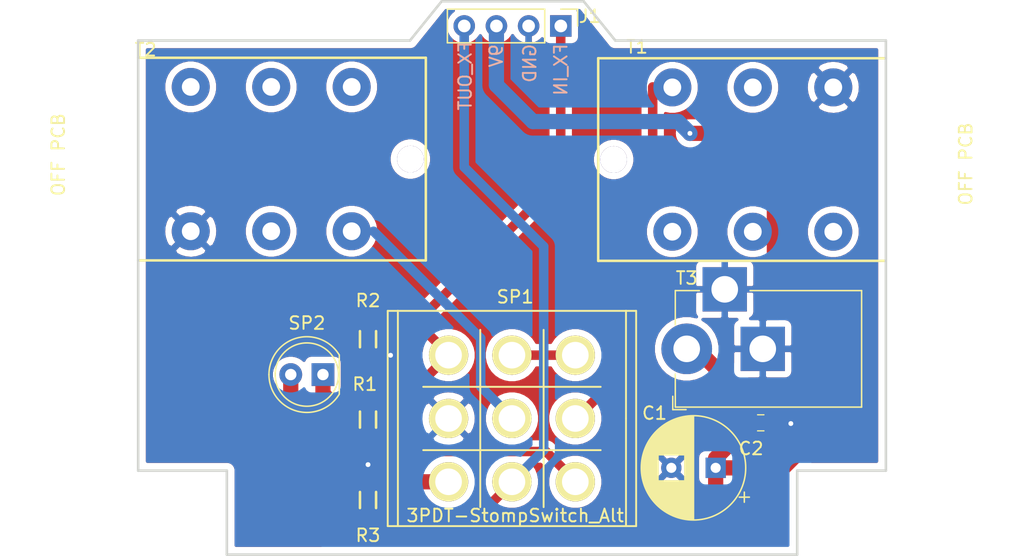
<source format=kicad_pcb>
(kicad_pcb (version 20171130) (host pcbnew "(5.1.4)-1")

  (general
    (thickness 1.6)
    (drawings 30)
    (tracks 71)
    (zones 0)
    (modules 11)
    (nets 18)
  )

  (page A4)
  (layers
    (0 F.Cu signal)
    (31 B.Cu signal)
    (32 B.Adhes user)
    (33 F.Adhes user)
    (34 B.Paste user)
    (35 F.Paste user)
    (36 B.SilkS user)
    (37 F.SilkS user)
    (38 B.Mask user)
    (39 F.Mask user)
    (40 Dwgs.User user)
    (41 Cmts.User user)
    (42 Eco1.User user)
    (43 Eco2.User user)
    (44 Edge.Cuts user)
    (45 Margin user)
    (46 B.CrtYd user)
    (47 F.CrtYd user)
    (48 B.Fab user)
    (49 F.Fab user)
  )

  (setup
    (last_trace_width 0.1524)
    (trace_clearance 0.1524)
    (zone_clearance 0.508)
    (zone_45_only no)
    (trace_min 0.1524)
    (via_size 0.635)
    (via_drill 0.254)
    (via_min_size 0.635)
    (via_min_drill 0.254)
    (uvia_size 0.3)
    (uvia_drill 0.1)
    (uvias_allowed no)
    (uvia_min_size 0.2)
    (uvia_min_drill 0.1)
    (edge_width 0.05)
    (segment_width 0.2)
    (pcb_text_width 0.3)
    (pcb_text_size 1.5 1.5)
    (mod_edge_width 0.12)
    (mod_text_size 1 1)
    (mod_text_width 0.15)
    (pad_size 1.524 1.524)
    (pad_drill 0.762)
    (pad_to_mask_clearance 0.051)
    (solder_mask_min_width 0.25)
    (aux_axis_origin 0 0)
    (visible_elements 7FFFFFFF)
    (pcbplotparams
      (layerselection 0x010fc_ffffffff)
      (usegerberextensions false)
      (usegerberattributes false)
      (usegerberadvancedattributes false)
      (creategerberjobfile false)
      (excludeedgelayer true)
      (linewidth 0.100000)
      (plotframeref false)
      (viasonmask false)
      (mode 1)
      (useauxorigin false)
      (hpglpennumber 1)
      (hpglpenspeed 20)
      (hpglpendiameter 15.000000)
      (psnegative false)
      (psa4output false)
      (plotreference true)
      (plotvalue true)
      (plotinvisibletext false)
      (padsonsilk false)
      (subtractmaskfromsilk false)
      (outputformat 1)
      (mirror false)
      (drillshape 1)
      (scaleselection 1)
      (outputdirectory ""))
  )

  (net 0 "")
  (net 1 GND)
  (net 2 +9V)
  (net 3 "Net-(R1-Pad2)")
  (net 4 "Net-(R1-Pad1)")
  (net 5 "Net-(T1-Pad5)")
  (net 6 "Net-(T1-Pad3)")
  (net 7 "Net-(T1-Pad2)")
  (net 8 "Net-(T1-Pad1)")
  (net 9 "Net-(T2-Pad5)")
  (net 10 "Net-(T2-Pad3)")
  (net 11 "Net-(T2-Pad2)")
  (net 12 "Net-(T2-Pad1)")
  (net 13 /OUT)
  (net 14 /IN)
  (net 15 /Pedal_IN)
  (net 16 /Pedal_OUT)
  (net 17 /BYPASS)

  (net_class Default "This is the default net class."
    (clearance 0.1524)
    (trace_width 0.1524)
    (via_dia 0.635)
    (via_drill 0.254)
    (uvia_dia 0.3)
    (uvia_drill 0.1)
    (add_net +9V)
    (add_net /BYPASS)
    (add_net /IN)
    (add_net /OUT)
    (add_net /Pedal_IN)
    (add_net /Pedal_OUT)
    (add_net GND)
    (add_net "Net-(R1-Pad1)")
    (add_net "Net-(R1-Pad2)")
    (add_net "Net-(T1-Pad1)")
    (add_net "Net-(T1-Pad2)")
    (add_net "Net-(T1-Pad3)")
    (add_net "Net-(T1-Pad5)")
    (add_net "Net-(T2-Pad1)")
    (add_net "Net-(T2-Pad2)")
    (add_net "Net-(T2-Pad3)")
    (add_net "Net-(T2-Pad5)")
  )

  (module AVR-KiCAD-Lib-Connectors:ACJS-MHDR (layer F.Cu) (tedit 5CD61751) (tstamp 5CCA5C27)
    (at 144.5 131.05)
    (path /5D0841AB)
    (fp_text reference T1 (at -9.144 -8.89) (layer F.SilkS)
      (effects (font (size 1 1) (thickness 0.15)))
    )
    (fp_text value ACJS-MHDR (at 0.35 0.05) (layer F.Fab)
      (effects (font (size 1 1) (thickness 0.15)))
    )
    (fp_text user "THIS LINE ON EDGE" (at 11.7 0.1 90) (layer Dwgs.User)
      (effects (font (size 1 1) (thickness 0.15)))
    )
    (fp_text user "OFF PCB" (at 16.8 0.35 90) (layer F.SilkS)
      (effects (font (size 1 1) (thickness 0.15)))
    )
    (fp_line (start 10.5 8) (end 21.3 8) (layer Dwgs.User) (width 0.2))
    (fp_line (start 21.3 -8) (end 21.3 8) (layer Dwgs.User) (width 0.2))
    (fp_line (start 10.5 -8) (end 21.3 -8) (layer Dwgs.User) (width 0.2))
    (fp_line (start -12.2 8) (end -12.2 -8) (layer F.SilkS) (width 0.2))
    (fp_line (start 10.5 -8) (end 10.5 8) (layer Dwgs.User) (width 0.2))
    (fp_line (start -12.2 8) (end 10.5 8) (layer F.SilkS) (width 0.2))
    (fp_line (start -12.2 -8) (end 10.5 -8) (layer F.SilkS) (width 0.2))
    (pad 7 thru_hole circle (at -10.98 0) (size 2.1 2.1) (drill 2.1) (layers *.Cu *.Mask))
    (pad 6 thru_hole circle (at -6.35 -5.7) (size 3 3) (drill 1.4) (layers *.Cu *.Mask)
      (net 15 /Pedal_IN))
    (pad 5 thru_hole circle (at 0 -5.7) (size 3 3) (drill 1.4) (layers *.Cu *.Mask)
      (net 5 "Net-(T1-Pad5)"))
    (pad 4 thru_hole circle (at 6.35 -5.7) (size 3 3) (drill 1.4) (layers *.Cu *.Mask)
      (net 1 GND))
    (pad 3 thru_hole circle (at -6.35 5.7) (size 3 3) (drill 1.4) (layers *.Cu *.Mask)
      (net 6 "Net-(T1-Pad3)"))
    (pad 2 thru_hole circle (at 0 5.7) (size 3 3) (drill 1.4) (layers *.Cu *.Mask)
      (net 7 "Net-(T1-Pad2)"))
    (pad 1 thru_hole circle (at 6.35 5.7) (size 3 3) (drill 1.4) (layers *.Cu *.Mask)
      (net 8 "Net-(T1-Pad1)"))
    (model ${AVR_KICAD_LIB}/3D/STEP/ACJS-MHDR.stp
      (offset (xyz 2.45 0 6.5))
      (scale (xyz 1 1 1))
      (rotate (xyz 0 0 0))
    )
  )

  (module AVR-KiCAD-Lib-Connectors:BarrelJack_Horizontal (layer F.Cu) (tedit 5CC75BF8) (tstamp 5CCB20CE)
    (at 139.284 146 180)
    (descr "DC Barrel Jack")
    (tags "Power Jack")
    (path /5CD46A5A)
    (fp_text reference T3 (at 0 5.588 180) (layer F.SilkS)
      (effects (font (size 1 1) (thickness 0.15)))
    )
    (fp_text value 54-00129 (at -5.842 -3.81 180) (layer F.Fab)
      (effects (font (size 1 1) (thickness 0.15)))
    )
    (fp_text user %R (at -3 -2.95 180) (layer F.Fab) hide
      (effects (font (size 1 1) (thickness 0.15)))
    )
    (fp_line (start -0.003213 -4.505425) (end 0.8 -3.75) (layer F.Fab) (width 0.1))
    (fp_line (start 1.1 -3.75) (end 1.1 -4.8) (layer F.SilkS) (width 0.12))
    (fp_line (start 0.05 -4.8) (end 1.1 -4.8) (layer F.SilkS) (width 0.12))
    (fp_line (start 1 -4.5) (end 1 -4.75) (layer F.CrtYd) (width 0.05))
    (fp_line (start 1 -4.75) (end -14 -4.75) (layer F.CrtYd) (width 0.05))
    (fp_line (start 1 -4.5) (end 1 -2) (layer F.CrtYd) (width 0.05))
    (fp_line (start 1 -2) (end 2 -2) (layer F.CrtYd) (width 0.05))
    (fp_line (start 2 -2) (end 2 2) (layer F.CrtYd) (width 0.05))
    (fp_line (start 2 2) (end 1 2) (layer F.CrtYd) (width 0.05))
    (fp_line (start 1 2) (end 1 4.75) (layer F.CrtYd) (width 0.05))
    (fp_line (start 1 4.75) (end -1 4.75) (layer F.CrtYd) (width 0.05))
    (fp_line (start -1 4.75) (end -1 6.75) (layer F.CrtYd) (width 0.05))
    (fp_line (start -1 6.75) (end -5 6.75) (layer F.CrtYd) (width 0.05))
    (fp_line (start -5 6.75) (end -5 4.75) (layer F.CrtYd) (width 0.05))
    (fp_line (start -5 4.75) (end -14 4.75) (layer F.CrtYd) (width 0.05))
    (fp_line (start -14 4.75) (end -14 -4.75) (layer F.CrtYd) (width 0.05))
    (fp_line (start -5 4.6) (end -13.8 4.6) (layer F.SilkS) (width 0.12))
    (fp_line (start -13.8 4.6) (end -13.8 -4.6) (layer F.SilkS) (width 0.12))
    (fp_line (start 0.9 1.9) (end 0.9 4.6) (layer F.SilkS) (width 0.12))
    (fp_line (start 0.9 4.6) (end -1 4.6) (layer F.SilkS) (width 0.12))
    (fp_line (start -13.8 -4.6) (end 0.9 -4.6) (layer F.SilkS) (width 0.12))
    (fp_line (start 0.9 -4.6) (end 0.9 -2) (layer F.SilkS) (width 0.12))
    (fp_line (start -10.2 -4.5) (end -10.2 4.5) (layer F.Fab) (width 0.1))
    (fp_line (start -13.7 -4.5) (end -13.7 4.5) (layer F.Fab) (width 0.1))
    (fp_line (start -13.7 4.5) (end 0.8 4.5) (layer F.Fab) (width 0.1))
    (fp_line (start 0.8 4.5) (end 0.8 -3.75) (layer F.Fab) (width 0.1))
    (fp_line (start 0 -4.5) (end -13.7 -4.5) (layer F.Fab) (width 0.1))
    (pad 1 thru_hole circle (at 0 0 180) (size 4 4) (drill 2.1) (layers *.Cu *.Mask)
      (net 2 +9V))
    (pad 2 thru_hole rect (at -6 0 180) (size 3.5 3.5) (drill 2.1) (layers *.Cu *.Mask)
      (net 1 GND))
    (pad 3 thru_hole rect (at -3 4.7 180) (size 3.5 3.5) (drill 2.1) (layers *.Cu *.Mask)
      (net 1 GND))
    (model ${KISYS3DMOD}/Connector_BarrelJack.3dshapes/BarrelJack_Horizontal.wrl
      (at (xyz 0 0 0))
      (scale (xyz 1 1 1))
      (rotate (xyz 0 0 0))
    )
  )

  (module AVR-KiCAD-Lib-Capacitors:CP_Radial_D8.0mm_P3.50mm (layer F.Cu) (tedit 5AE50EF0) (tstamp 5CCA8908)
    (at 141.57 155.398 180)
    (descr "CP, Radial series, Radial, pin pitch=3.50mm, , diameter=8mm, Electrolytic Capacitor")
    (tags "CP Radial series Radial pin pitch 3.50mm  diameter 8mm Electrolytic Capacitor")
    (path /5CD2C864)
    (fp_text reference C1 (at 4.826 4.318 180) (layer F.SilkS)
      (effects (font (size 1 1) (thickness 0.15)))
    )
    (fp_text value UFW1H101MPD (at 1.75 5.25 180) (layer F.Fab) hide
      (effects (font (size 1 1) (thickness 0.15)))
    )
    (fp_circle (center 1.75 0) (end 5.75 0) (layer F.Fab) (width 0.1))
    (fp_circle (center 1.75 0) (end 5.87 0) (layer F.SilkS) (width 0.12))
    (fp_circle (center 1.75 0) (end 6 0) (layer F.CrtYd) (width 0.05))
    (fp_line (start -1.676759 -1.7475) (end -0.876759 -1.7475) (layer F.Fab) (width 0.1))
    (fp_line (start -1.276759 -2.1475) (end -1.276759 -1.3475) (layer F.Fab) (width 0.1))
    (fp_line (start 1.75 -4.08) (end 1.75 4.08) (layer F.SilkS) (width 0.12))
    (fp_line (start 1.79 -4.08) (end 1.79 4.08) (layer F.SilkS) (width 0.12))
    (fp_line (start 1.83 -4.08) (end 1.83 4.08) (layer F.SilkS) (width 0.12))
    (fp_line (start 1.87 -4.079) (end 1.87 4.079) (layer F.SilkS) (width 0.12))
    (fp_line (start 1.91 -4.077) (end 1.91 4.077) (layer F.SilkS) (width 0.12))
    (fp_line (start 1.95 -4.076) (end 1.95 4.076) (layer F.SilkS) (width 0.12))
    (fp_line (start 1.99 -4.074) (end 1.99 4.074) (layer F.SilkS) (width 0.12))
    (fp_line (start 2.03 -4.071) (end 2.03 4.071) (layer F.SilkS) (width 0.12))
    (fp_line (start 2.07 -4.068) (end 2.07 4.068) (layer F.SilkS) (width 0.12))
    (fp_line (start 2.11 -4.065) (end 2.11 4.065) (layer F.SilkS) (width 0.12))
    (fp_line (start 2.15 -4.061) (end 2.15 4.061) (layer F.SilkS) (width 0.12))
    (fp_line (start 2.19 -4.057) (end 2.19 4.057) (layer F.SilkS) (width 0.12))
    (fp_line (start 2.23 -4.052) (end 2.23 4.052) (layer F.SilkS) (width 0.12))
    (fp_line (start 2.27 -4.048) (end 2.27 4.048) (layer F.SilkS) (width 0.12))
    (fp_line (start 2.31 -4.042) (end 2.31 4.042) (layer F.SilkS) (width 0.12))
    (fp_line (start 2.35 -4.037) (end 2.35 4.037) (layer F.SilkS) (width 0.12))
    (fp_line (start 2.39 -4.03) (end 2.39 4.03) (layer F.SilkS) (width 0.12))
    (fp_line (start 2.43 -4.024) (end 2.43 4.024) (layer F.SilkS) (width 0.12))
    (fp_line (start 2.471 -4.017) (end 2.471 -1.04) (layer F.SilkS) (width 0.12))
    (fp_line (start 2.471 1.04) (end 2.471 4.017) (layer F.SilkS) (width 0.12))
    (fp_line (start 2.511 -4.01) (end 2.511 -1.04) (layer F.SilkS) (width 0.12))
    (fp_line (start 2.511 1.04) (end 2.511 4.01) (layer F.SilkS) (width 0.12))
    (fp_line (start 2.551 -4.002) (end 2.551 -1.04) (layer F.SilkS) (width 0.12))
    (fp_line (start 2.551 1.04) (end 2.551 4.002) (layer F.SilkS) (width 0.12))
    (fp_line (start 2.591 -3.994) (end 2.591 -1.04) (layer F.SilkS) (width 0.12))
    (fp_line (start 2.591 1.04) (end 2.591 3.994) (layer F.SilkS) (width 0.12))
    (fp_line (start 2.631 -3.985) (end 2.631 -1.04) (layer F.SilkS) (width 0.12))
    (fp_line (start 2.631 1.04) (end 2.631 3.985) (layer F.SilkS) (width 0.12))
    (fp_line (start 2.671 -3.976) (end 2.671 -1.04) (layer F.SilkS) (width 0.12))
    (fp_line (start 2.671 1.04) (end 2.671 3.976) (layer F.SilkS) (width 0.12))
    (fp_line (start 2.711 -3.967) (end 2.711 -1.04) (layer F.SilkS) (width 0.12))
    (fp_line (start 2.711 1.04) (end 2.711 3.967) (layer F.SilkS) (width 0.12))
    (fp_line (start 2.751 -3.957) (end 2.751 -1.04) (layer F.SilkS) (width 0.12))
    (fp_line (start 2.751 1.04) (end 2.751 3.957) (layer F.SilkS) (width 0.12))
    (fp_line (start 2.791 -3.947) (end 2.791 -1.04) (layer F.SilkS) (width 0.12))
    (fp_line (start 2.791 1.04) (end 2.791 3.947) (layer F.SilkS) (width 0.12))
    (fp_line (start 2.831 -3.936) (end 2.831 -1.04) (layer F.SilkS) (width 0.12))
    (fp_line (start 2.831 1.04) (end 2.831 3.936) (layer F.SilkS) (width 0.12))
    (fp_line (start 2.871 -3.925) (end 2.871 -1.04) (layer F.SilkS) (width 0.12))
    (fp_line (start 2.871 1.04) (end 2.871 3.925) (layer F.SilkS) (width 0.12))
    (fp_line (start 2.911 -3.914) (end 2.911 -1.04) (layer F.SilkS) (width 0.12))
    (fp_line (start 2.911 1.04) (end 2.911 3.914) (layer F.SilkS) (width 0.12))
    (fp_line (start 2.951 -3.902) (end 2.951 -1.04) (layer F.SilkS) (width 0.12))
    (fp_line (start 2.951 1.04) (end 2.951 3.902) (layer F.SilkS) (width 0.12))
    (fp_line (start 2.991 -3.889) (end 2.991 -1.04) (layer F.SilkS) (width 0.12))
    (fp_line (start 2.991 1.04) (end 2.991 3.889) (layer F.SilkS) (width 0.12))
    (fp_line (start 3.031 -3.877) (end 3.031 -1.04) (layer F.SilkS) (width 0.12))
    (fp_line (start 3.031 1.04) (end 3.031 3.877) (layer F.SilkS) (width 0.12))
    (fp_line (start 3.071 -3.863) (end 3.071 -1.04) (layer F.SilkS) (width 0.12))
    (fp_line (start 3.071 1.04) (end 3.071 3.863) (layer F.SilkS) (width 0.12))
    (fp_line (start 3.111 -3.85) (end 3.111 -1.04) (layer F.SilkS) (width 0.12))
    (fp_line (start 3.111 1.04) (end 3.111 3.85) (layer F.SilkS) (width 0.12))
    (fp_line (start 3.151 -3.835) (end 3.151 -1.04) (layer F.SilkS) (width 0.12))
    (fp_line (start 3.151 1.04) (end 3.151 3.835) (layer F.SilkS) (width 0.12))
    (fp_line (start 3.191 -3.821) (end 3.191 -1.04) (layer F.SilkS) (width 0.12))
    (fp_line (start 3.191 1.04) (end 3.191 3.821) (layer F.SilkS) (width 0.12))
    (fp_line (start 3.231 -3.805) (end 3.231 -1.04) (layer F.SilkS) (width 0.12))
    (fp_line (start 3.231 1.04) (end 3.231 3.805) (layer F.SilkS) (width 0.12))
    (fp_line (start 3.271 -3.79) (end 3.271 -1.04) (layer F.SilkS) (width 0.12))
    (fp_line (start 3.271 1.04) (end 3.271 3.79) (layer F.SilkS) (width 0.12))
    (fp_line (start 3.311 -3.774) (end 3.311 -1.04) (layer F.SilkS) (width 0.12))
    (fp_line (start 3.311 1.04) (end 3.311 3.774) (layer F.SilkS) (width 0.12))
    (fp_line (start 3.351 -3.757) (end 3.351 -1.04) (layer F.SilkS) (width 0.12))
    (fp_line (start 3.351 1.04) (end 3.351 3.757) (layer F.SilkS) (width 0.12))
    (fp_line (start 3.391 -3.74) (end 3.391 -1.04) (layer F.SilkS) (width 0.12))
    (fp_line (start 3.391 1.04) (end 3.391 3.74) (layer F.SilkS) (width 0.12))
    (fp_line (start 3.431 -3.722) (end 3.431 -1.04) (layer F.SilkS) (width 0.12))
    (fp_line (start 3.431 1.04) (end 3.431 3.722) (layer F.SilkS) (width 0.12))
    (fp_line (start 3.471 -3.704) (end 3.471 -1.04) (layer F.SilkS) (width 0.12))
    (fp_line (start 3.471 1.04) (end 3.471 3.704) (layer F.SilkS) (width 0.12))
    (fp_line (start 3.511 -3.686) (end 3.511 -1.04) (layer F.SilkS) (width 0.12))
    (fp_line (start 3.511 1.04) (end 3.511 3.686) (layer F.SilkS) (width 0.12))
    (fp_line (start 3.551 -3.666) (end 3.551 -1.04) (layer F.SilkS) (width 0.12))
    (fp_line (start 3.551 1.04) (end 3.551 3.666) (layer F.SilkS) (width 0.12))
    (fp_line (start 3.591 -3.647) (end 3.591 -1.04) (layer F.SilkS) (width 0.12))
    (fp_line (start 3.591 1.04) (end 3.591 3.647) (layer F.SilkS) (width 0.12))
    (fp_line (start 3.631 -3.627) (end 3.631 -1.04) (layer F.SilkS) (width 0.12))
    (fp_line (start 3.631 1.04) (end 3.631 3.627) (layer F.SilkS) (width 0.12))
    (fp_line (start 3.671 -3.606) (end 3.671 -1.04) (layer F.SilkS) (width 0.12))
    (fp_line (start 3.671 1.04) (end 3.671 3.606) (layer F.SilkS) (width 0.12))
    (fp_line (start 3.711 -3.584) (end 3.711 -1.04) (layer F.SilkS) (width 0.12))
    (fp_line (start 3.711 1.04) (end 3.711 3.584) (layer F.SilkS) (width 0.12))
    (fp_line (start 3.751 -3.562) (end 3.751 -1.04) (layer F.SilkS) (width 0.12))
    (fp_line (start 3.751 1.04) (end 3.751 3.562) (layer F.SilkS) (width 0.12))
    (fp_line (start 3.791 -3.54) (end 3.791 -1.04) (layer F.SilkS) (width 0.12))
    (fp_line (start 3.791 1.04) (end 3.791 3.54) (layer F.SilkS) (width 0.12))
    (fp_line (start 3.831 -3.517) (end 3.831 -1.04) (layer F.SilkS) (width 0.12))
    (fp_line (start 3.831 1.04) (end 3.831 3.517) (layer F.SilkS) (width 0.12))
    (fp_line (start 3.871 -3.493) (end 3.871 -1.04) (layer F.SilkS) (width 0.12))
    (fp_line (start 3.871 1.04) (end 3.871 3.493) (layer F.SilkS) (width 0.12))
    (fp_line (start 3.911 -3.469) (end 3.911 -1.04) (layer F.SilkS) (width 0.12))
    (fp_line (start 3.911 1.04) (end 3.911 3.469) (layer F.SilkS) (width 0.12))
    (fp_line (start 3.951 -3.444) (end 3.951 -1.04) (layer F.SilkS) (width 0.12))
    (fp_line (start 3.951 1.04) (end 3.951 3.444) (layer F.SilkS) (width 0.12))
    (fp_line (start 3.991 -3.418) (end 3.991 -1.04) (layer F.SilkS) (width 0.12))
    (fp_line (start 3.991 1.04) (end 3.991 3.418) (layer F.SilkS) (width 0.12))
    (fp_line (start 4.031 -3.392) (end 4.031 -1.04) (layer F.SilkS) (width 0.12))
    (fp_line (start 4.031 1.04) (end 4.031 3.392) (layer F.SilkS) (width 0.12))
    (fp_line (start 4.071 -3.365) (end 4.071 -1.04) (layer F.SilkS) (width 0.12))
    (fp_line (start 4.071 1.04) (end 4.071 3.365) (layer F.SilkS) (width 0.12))
    (fp_line (start 4.111 -3.338) (end 4.111 -1.04) (layer F.SilkS) (width 0.12))
    (fp_line (start 4.111 1.04) (end 4.111 3.338) (layer F.SilkS) (width 0.12))
    (fp_line (start 4.151 -3.309) (end 4.151 -1.04) (layer F.SilkS) (width 0.12))
    (fp_line (start 4.151 1.04) (end 4.151 3.309) (layer F.SilkS) (width 0.12))
    (fp_line (start 4.191 -3.28) (end 4.191 -1.04) (layer F.SilkS) (width 0.12))
    (fp_line (start 4.191 1.04) (end 4.191 3.28) (layer F.SilkS) (width 0.12))
    (fp_line (start 4.231 -3.25) (end 4.231 -1.04) (layer F.SilkS) (width 0.12))
    (fp_line (start 4.231 1.04) (end 4.231 3.25) (layer F.SilkS) (width 0.12))
    (fp_line (start 4.271 -3.22) (end 4.271 -1.04) (layer F.SilkS) (width 0.12))
    (fp_line (start 4.271 1.04) (end 4.271 3.22) (layer F.SilkS) (width 0.12))
    (fp_line (start 4.311 -3.189) (end 4.311 -1.04) (layer F.SilkS) (width 0.12))
    (fp_line (start 4.311 1.04) (end 4.311 3.189) (layer F.SilkS) (width 0.12))
    (fp_line (start 4.351 -3.156) (end 4.351 -1.04) (layer F.SilkS) (width 0.12))
    (fp_line (start 4.351 1.04) (end 4.351 3.156) (layer F.SilkS) (width 0.12))
    (fp_line (start 4.391 -3.124) (end 4.391 -1.04) (layer F.SilkS) (width 0.12))
    (fp_line (start 4.391 1.04) (end 4.391 3.124) (layer F.SilkS) (width 0.12))
    (fp_line (start 4.431 -3.09) (end 4.431 -1.04) (layer F.SilkS) (width 0.12))
    (fp_line (start 4.431 1.04) (end 4.431 3.09) (layer F.SilkS) (width 0.12))
    (fp_line (start 4.471 -3.055) (end 4.471 -1.04) (layer F.SilkS) (width 0.12))
    (fp_line (start 4.471 1.04) (end 4.471 3.055) (layer F.SilkS) (width 0.12))
    (fp_line (start 4.511 -3.019) (end 4.511 -1.04) (layer F.SilkS) (width 0.12))
    (fp_line (start 4.511 1.04) (end 4.511 3.019) (layer F.SilkS) (width 0.12))
    (fp_line (start 4.551 -2.983) (end 4.551 2.983) (layer F.SilkS) (width 0.12))
    (fp_line (start 4.591 -2.945) (end 4.591 2.945) (layer F.SilkS) (width 0.12))
    (fp_line (start 4.631 -2.907) (end 4.631 2.907) (layer F.SilkS) (width 0.12))
    (fp_line (start 4.671 -2.867) (end 4.671 2.867) (layer F.SilkS) (width 0.12))
    (fp_line (start 4.711 -2.826) (end 4.711 2.826) (layer F.SilkS) (width 0.12))
    (fp_line (start 4.751 -2.784) (end 4.751 2.784) (layer F.SilkS) (width 0.12))
    (fp_line (start 4.791 -2.741) (end 4.791 2.741) (layer F.SilkS) (width 0.12))
    (fp_line (start 4.831 -2.697) (end 4.831 2.697) (layer F.SilkS) (width 0.12))
    (fp_line (start 4.871 -2.651) (end 4.871 2.651) (layer F.SilkS) (width 0.12))
    (fp_line (start 4.911 -2.604) (end 4.911 2.604) (layer F.SilkS) (width 0.12))
    (fp_line (start 4.951 -2.556) (end 4.951 2.556) (layer F.SilkS) (width 0.12))
    (fp_line (start 4.991 -2.505) (end 4.991 2.505) (layer F.SilkS) (width 0.12))
    (fp_line (start 5.031 -2.454) (end 5.031 2.454) (layer F.SilkS) (width 0.12))
    (fp_line (start 5.071 -2.4) (end 5.071 2.4) (layer F.SilkS) (width 0.12))
    (fp_line (start 5.111 -2.345) (end 5.111 2.345) (layer F.SilkS) (width 0.12))
    (fp_line (start 5.151 -2.287) (end 5.151 2.287) (layer F.SilkS) (width 0.12))
    (fp_line (start 5.191 -2.228) (end 5.191 2.228) (layer F.SilkS) (width 0.12))
    (fp_line (start 5.231 -2.166) (end 5.231 2.166) (layer F.SilkS) (width 0.12))
    (fp_line (start 5.271 -2.102) (end 5.271 2.102) (layer F.SilkS) (width 0.12))
    (fp_line (start 5.311 -2.034) (end 5.311 2.034) (layer F.SilkS) (width 0.12))
    (fp_line (start 5.351 -1.964) (end 5.351 1.964) (layer F.SilkS) (width 0.12))
    (fp_line (start 5.391 -1.89) (end 5.391 1.89) (layer F.SilkS) (width 0.12))
    (fp_line (start 5.431 -1.813) (end 5.431 1.813) (layer F.SilkS) (width 0.12))
    (fp_line (start 5.471 -1.731) (end 5.471 1.731) (layer F.SilkS) (width 0.12))
    (fp_line (start 5.511 -1.645) (end 5.511 1.645) (layer F.SilkS) (width 0.12))
    (fp_line (start 5.551 -1.552) (end 5.551 1.552) (layer F.SilkS) (width 0.12))
    (fp_line (start 5.591 -1.453) (end 5.591 1.453) (layer F.SilkS) (width 0.12))
    (fp_line (start 5.631 -1.346) (end 5.631 1.346) (layer F.SilkS) (width 0.12))
    (fp_line (start 5.671 -1.229) (end 5.671 1.229) (layer F.SilkS) (width 0.12))
    (fp_line (start 5.711 -1.098) (end 5.711 1.098) (layer F.SilkS) (width 0.12))
    (fp_line (start 5.751 -0.948) (end 5.751 0.948) (layer F.SilkS) (width 0.12))
    (fp_line (start 5.791 -0.768) (end 5.791 0.768) (layer F.SilkS) (width 0.12))
    (fp_line (start 5.831 -0.533) (end 5.831 0.533) (layer F.SilkS) (width 0.12))
    (fp_line (start -2.659698 -2.315) (end -1.859698 -2.315) (layer F.SilkS) (width 0.12))
    (fp_line (start -2.259698 -2.715) (end -2.259698 -1.915) (layer F.SilkS) (width 0.12))
    (fp_text user %R (at 1.75 0 180) (layer F.Fab)
      (effects (font (size 1 1) (thickness 0.15)))
    )
    (pad 1 thru_hole rect (at 0 0 180) (size 1.6 1.6) (drill 0.8) (layers *.Cu *.Mask)
      (net 2 +9V))
    (pad 2 thru_hole circle (at 3.5 0 180) (size 1.6 1.6) (drill 0.8) (layers *.Cu *.Mask)
      (net 1 GND))
    (model ${KISYS3DMOD}/Capacitor_THT.3dshapes/CP_Radial_D8.0mm_P3.50mm.wrl
      (at (xyz 0 0 0))
      (scale (xyz 1 1 1))
      (rotate (xyz 0 0 0))
    )
  )

  (module AVR-KiCAD-Lib-Special:Switches_Stomp_Switch_3PDT locked (layer F.Cu) (tedit 5CC7529A) (tstamp 5CCA75E4)
    (at 125.494107 151.5)
    (path /5CC88A6B)
    (fp_text reference SP1 (at 0.254 -9.604) (layer F.SilkS)
      (effects (font (size 1 1) (thickness 0.15)))
    )
    (fp_text value 3PDT-StompSwitch_Alt (at 0.254 7.668) (layer F.SilkS)
      (effects (font (size 1 1) (thickness 0.15)))
    )
    (fp_line (start 7 2.5) (end -7 2.5) (layer F.SilkS) (width 0.15))
    (fp_line (start -7 -2.5) (end 7 -2.5) (layer F.SilkS) (width 0.15))
    (fp_line (start 2.5 7) (end 2.5 -7) (layer F.SilkS) (width 0.15))
    (fp_line (start -2.5 -7) (end -2.5 7) (layer F.SilkS) (width 0.15))
    (fp_line (start -9 8.5) (end -9.8 8.5) (layer F.SilkS) (width 0.15))
    (fp_line (start -9.8 8.5) (end -9.8 -8.5) (layer F.SilkS) (width 0.15))
    (fp_line (start -9.8 -8.5) (end -9 -8.5) (layer F.SilkS) (width 0.15))
    (fp_line (start 9.8 8.5) (end 9 8.5) (layer F.SilkS) (width 0.15))
    (fp_line (start 9.8 8.5) (end 9.8 -8.5) (layer F.SilkS) (width 0.15))
    (fp_line (start 9.8 -8.5) (end 9 -8.5) (layer F.SilkS) (width 0.15))
    (fp_line (start -9 8.5) (end -9 -8.5) (layer F.SilkS) (width 0.15))
    (fp_line (start -9 -8.5) (end 9 -8.5) (layer F.SilkS) (width 0.15))
    (fp_line (start 9 -8.5) (end 9 0) (layer F.SilkS) (width 0.15))
    (fp_line (start -9 8.5) (end 9 8.5) (layer F.SilkS) (width 0.15))
    (fp_line (start 9 8.5) (end 9 0) (layer F.SilkS) (width 0.15))
    (pad 4 thru_hole circle (at 5 0) (size 3.1 3.1) (drill 2.1) (layers *.Cu *.Mask F.SilkS)
      (net 15 /Pedal_IN))
    (pad 5 thru_hole circle (at 0 0) (size 3.1 3.1) (drill 2.1) (layers *.Cu *.Mask F.SilkS)
      (net 16 /Pedal_OUT))
    (pad 6 thru_hole circle (at -5 0) (size 3.1 3.1) (drill 2.1) (layers *.Cu *.Mask F.SilkS)
      (net 1 GND))
    (pad 3 thru_hole circle (at -5 -5) (size 3.1 3.1) (drill 2.1) (layers *.Cu *.Mask F.SilkS)
      (net 14 /IN))
    (pad 9 thru_hole circle (at -5 5) (size 3.1 3.1) (drill 2.1) (layers *.Cu *.Mask F.SilkS)
      (net 4 "Net-(R1-Pad1)"))
    (pad 7 thru_hole circle (at 5 5) (size 3.1 3.1) (drill 2.1) (layers *.Cu *.Mask F.SilkS)
      (net 14 /IN))
    (pad 1 thru_hole circle (at 5 -5) (size 3.1 3.1) (drill 2.1) (layers *.Cu *.Mask F.SilkS)
      (net 17 /BYPASS))
    (pad 2 thru_hole circle (at 0 -5) (size 3.1 3.1) (drill 2.1) (layers *.Cu *.Mask F.SilkS)
      (net 17 /BYPASS))
    (pad 8 thru_hole circle (at 0 5) (size 3.1 3.1) (drill 2.1) (layers *.Cu *.Mask F.SilkS)
      (net 13 /OUT))
    (model "C:/Users/adam/Documents/GitHub/AudioExperiments/Projects-KiCAD/Libraries/3D/User Library-Footswich_3PDT.step"
      (offset (xyz 0 0 16.69999974919116))
      (scale (xyz 1 1 1))
      (rotate (xyz -90 0 0))
    )
  )

  (module AVR-KiCAD-Lib-Connectors:ACJS-MHDR (layer F.Cu) (tedit 5CD61751) (tstamp 5CCA5DEA)
    (at 106.5 131.014 180)
    (path /5D086FC4)
    (fp_text reference T2 (at 9.906 8.636 180) (layer F.SilkS)
      (effects (font (size 1 1) (thickness 0.15)))
    )
    (fp_text value ACJS-MHDR (at 0.35 0.05 180) (layer F.Fab)
      (effects (font (size 1 1) (thickness 0.15)))
    )
    (fp_text user "THIS LINE ON EDGE" (at 11.7 0.1 90) (layer Dwgs.User)
      (effects (font (size 1 1) (thickness 0.15)))
    )
    (fp_text user "OFF PCB" (at 16.8 0.35 270) (layer F.SilkS)
      (effects (font (size 1 1) (thickness 0.15)))
    )
    (fp_line (start 10.5 8) (end 21.3 8) (layer Dwgs.User) (width 0.2))
    (fp_line (start 21.3 -8) (end 21.3 8) (layer Dwgs.User) (width 0.2))
    (fp_line (start 10.5 -8) (end 21.3 -8) (layer Dwgs.User) (width 0.2))
    (fp_line (start -12.2 8) (end -12.2 -8) (layer F.SilkS) (width 0.2))
    (fp_line (start 10.5 -8) (end 10.5 8) (layer Dwgs.User) (width 0.2))
    (fp_line (start -12.2 8) (end 10.5 8) (layer F.SilkS) (width 0.2))
    (fp_line (start -12.2 -8) (end 10.5 -8) (layer F.SilkS) (width 0.2))
    (pad 7 thru_hole circle (at -10.98 0 180) (size 2.1 2.1) (drill 2.1) (layers *.Cu *.Mask))
    (pad 6 thru_hole circle (at -6.35 -5.7 180) (size 3 3) (drill 1.4) (layers *.Cu *.Mask)
      (net 16 /Pedal_OUT))
    (pad 5 thru_hole circle (at 0 -5.7 180) (size 3 3) (drill 1.4) (layers *.Cu *.Mask)
      (net 9 "Net-(T2-Pad5)"))
    (pad 4 thru_hole circle (at 6.35 -5.7 180) (size 3 3) (drill 1.4) (layers *.Cu *.Mask)
      (net 1 GND))
    (pad 3 thru_hole circle (at -6.35 5.7 180) (size 3 3) (drill 1.4) (layers *.Cu *.Mask)
      (net 10 "Net-(T2-Pad3)"))
    (pad 2 thru_hole circle (at 0 5.7 180) (size 3 3) (drill 1.4) (layers *.Cu *.Mask)
      (net 11 "Net-(T2-Pad2)"))
    (pad 1 thru_hole circle (at 6.35 5.7 180) (size 3 3) (drill 1.4) (layers *.Cu *.Mask)
      (net 12 "Net-(T2-Pad1)"))
    (model ${AVR_KICAD_LIB}/3D/STEP/ACJS-MHDR.stp
      (offset (xyz 2.45 0 6.5))
      (scale (xyz 1 1 1))
      (rotate (xyz 0 0 0))
    )
  )

  (module AVR-KiCAD-Lib-Capacitors:C0805 (layer F.Cu) (tedit 57D73A5A) (tstamp 5CCA5B82)
    (at 145.126 151.842)
    (path /5CCE814F)
    (fp_text reference C2 (at -0.762 2.032 180) (layer F.SilkS)
      (effects (font (size 1 1) (thickness 0.15)))
    )
    (fp_text value CL21B104KCFNNNE (at 0 -1.905) (layer F.Fab) hide
      (effects (font (size 1 1) (thickness 0.15)))
    )
    (fp_line (start -0.254 -0.635) (end 0.254 -0.635) (layer F.SilkS) (width 0.1))
    (fp_line (start -0.254 0.635) (end 0.254 0.635) (layer F.SilkS) (width 0.1))
    (fp_line (start 0 -0.254) (end 0 0.254) (layer Dwgs.User) (width 0.05))
    (fp_line (start 0.254 0) (end -0.254 0) (layer Dwgs.User) (width 0.05))
    (fp_line (start -1.973 -0.983) (end 1.973 -0.983) (layer Dwgs.User) (width 0.05))
    (fp_line (start 1.973 -0.983) (end 1.973 0.991) (layer Dwgs.User) (width 0.05))
    (fp_line (start 1.973 0.991) (end -1.973 0.991) (layer Dwgs.User) (width 0.05))
    (fp_line (start -1.973 -0.983) (end -1.973 0.991) (layer Dwgs.User) (width 0.05))
    (fp_line (start -1 -0.635) (end 1 -0.635) (layer Eco1.User) (width 0.05))
    (fp_line (start -1 0.635) (end -1 -0.635) (layer Eco1.User) (width 0.05))
    (fp_line (start 1 0.635) (end -1 0.635) (layer Eco1.User) (width 0.05))
    (fp_line (start 1 -0.635) (end 1 0.635) (layer Eco1.User) (width 0.05))
    (pad 1 smd roundrect (at -0.95 0) (size 1.321 1.524) (layers F.Cu F.Paste F.Mask) (roundrect_rratio 0.25)
      (net 2 +9V) (solder_mask_margin 0.102))
    (pad 2 smd roundrect (at 0.95 0) (size 1.321 1.524) (layers F.Cu F.Paste F.Mask) (roundrect_rratio 0.25)
      (net 1 GND) (solder_mask_margin 0.102))
    (model C:/Users/adam/Documents/GitHub/footprints/3D/STEP/CAPC-0805-T0.7-BN.stp
      (at (xyz 0 0 0))
      (scale (xyz 1 1 1))
      (rotate (xyz 0 0 0))
    )
  )

  (module AVR-KiCAD-Lib-Diodesl:LED_D5.0mm (layer F.Cu) (tedit 5995936A) (tstamp 5CCA5C14)
    (at 110.582 148.032 180)
    (descr "LED, diameter 5.0mm, 2 pins, http://cdn-reichelt.de/documents/datenblatt/A500/LL-504BC2E-009.pdf")
    (tags "LED diameter 5.0mm 2 pins")
    (path /5CCB35C1)
    (fp_text reference SP2 (at 1.27 4.064 180) (layer F.SilkS)
      (effects (font (size 1 1) (thickness 0.15)))
    )
    (fp_text value HLMP-4700-C0002 (at 1.27 3.96 180) (layer F.Fab) hide
      (effects (font (size 1 1) (thickness 0.15)))
    )
    (fp_arc (start 1.27 0) (end -1.23 -1.469694) (angle 299.1) (layer F.Fab) (width 0.1))
    (fp_arc (start 1.27 0) (end -1.29 -1.54483) (angle 148.9) (layer F.SilkS) (width 0.12))
    (fp_arc (start 1.27 0) (end -1.29 1.54483) (angle -148.9) (layer F.SilkS) (width 0.12))
    (fp_circle (center 1.27 0) (end 3.77 0) (layer F.Fab) (width 0.1))
    (fp_circle (center 1.27 0) (end 3.77 0) (layer F.SilkS) (width 0.12))
    (fp_line (start -1.23 -1.469694) (end -1.23 1.469694) (layer F.Fab) (width 0.1))
    (fp_line (start -1.29 -1.545) (end -1.29 1.545) (layer F.SilkS) (width 0.12))
    (fp_line (start -1.95 -3.25) (end -1.95 3.25) (layer F.CrtYd) (width 0.05))
    (fp_line (start -1.95 3.25) (end 4.5 3.25) (layer F.CrtYd) (width 0.05))
    (fp_line (start 4.5 3.25) (end 4.5 -3.25) (layer F.CrtYd) (width 0.05))
    (fp_line (start 4.5 -3.25) (end -1.95 -3.25) (layer F.CrtYd) (width 0.05))
    (fp_text user %R (at 1.25 0 180) (layer F.Fab)
      (effects (font (size 0.8 0.8) (thickness 0.2)))
    )
    (pad 1 thru_hole rect (at 0 0 180) (size 1.8 1.8) (drill 0.9) (layers *.Cu *.Mask)
      (net 3 "Net-(R1-Pad2)"))
    (pad 2 thru_hole circle (at 2.54 0 180) (size 1.8 1.8) (drill 0.9) (layers *.Cu *.Mask)
      (net 2 +9V))
    (model ${KISYS3DMOD}/LED_THT.3dshapes/LED_D5.0mm.wrl
      (at (xyz 0 0 0))
      (scale (xyz 1 1 1))
      (rotate (xyz 0 0 0))
    )
  )

  (module AVR-KiCAD-Lib-Resistors:R1206 (layer F.Cu) (tedit 586975D8) (tstamp 5CCA5BE6)
    (at 114.138 157.938 90)
    (path /5CCA75A1)
    (fp_text reference R3 (at -2.794 0) (layer F.SilkS)
      (effects (font (size 1 1) (thickness 0.15)))
    )
    (fp_text value RC1206FR-071ML (at 0.25 -3 90) (layer F.Fab) hide
      (effects (font (size 1 1) (thickness 0.15)))
    )
    (fp_line (start -0.635 -0.635) (end 0.635 -0.635) (layer F.SilkS) (width 0.2))
    (fp_line (start 0.635 0.635) (end -0.635 0.635) (layer F.SilkS) (width 0.2))
    (fp_line (start 0 -0.381) (end 0 0.381) (layer Dwgs.User) (width 0.05))
    (fp_line (start 0.381 0) (end -0.381 0) (layer Dwgs.User) (width 0.05))
    (fp_line (start -2.1 1.2) (end -2.1 -1.2) (layer Dwgs.User) (width 0.05))
    (fp_line (start 2.1 1.2) (end -2.1 1.2) (layer Dwgs.User) (width 0.05))
    (fp_line (start 2.1 -1.2) (end 2.1 1.2) (layer Dwgs.User) (width 0.05))
    (fp_line (start -2.1 -1.2) (end 2.1 -1.2) (layer Dwgs.User) (width 0.05))
    (fp_line (start -1.675 -0.875) (end 1.675 -0.875) (layer Eco1.User) (width 0.05))
    (fp_line (start -1.675 0.875) (end -1.675 -0.875) (layer Eco1.User) (width 0.05))
    (fp_line (start 1.675 0.875) (end -1.675 0.875) (layer Eco1.User) (width 0.05))
    (fp_line (start 1.675 -0.875) (end 1.675 0.875) (layer Eco1.User) (width 0.05))
    (pad 2 smd roundrect (at 1.325 0 90) (size 1.1 2) (layers F.Cu F.Paste F.Mask) (roundrect_rratio 0.25)
      (net 1 GND) (solder_mask_margin 0.102))
    (pad 1 smd roundrect (at -1.325 0 90) (size 1.1 2) (layers F.Cu F.Paste F.Mask) (roundrect_rratio 0.25)
      (net 13 /OUT) (solder_mask_margin 0.102))
    (model C:/Users/adam/Documents/GitHub/footprints/3D/STEP/1206_RES.stp
      (offset (xyz -0.1999999969963014 -0.02499999962453768 0))
      (scale (xyz 1 1 1))
      (rotate (xyz -90 0 0))
    )
  )

  (module AVR-KiCAD-Lib-Resistors:R1206 (layer F.Cu) (tedit 586975D8) (tstamp 5CCA5BD4)
    (at 114.138 145.238 270)
    (path /5CCA3CF5)
    (fp_text reference R2 (at -3.048 0 180) (layer F.SilkS)
      (effects (font (size 1 1) (thickness 0.15)))
    )
    (fp_text value RC1206FR-071ML (at 0.25 -3 270) (layer F.Fab) hide
      (effects (font (size 1 1) (thickness 0.15)))
    )
    (fp_line (start -0.635 -0.635) (end 0.635 -0.635) (layer F.SilkS) (width 0.2))
    (fp_line (start 0.635 0.635) (end -0.635 0.635) (layer F.SilkS) (width 0.2))
    (fp_line (start 0 -0.381) (end 0 0.381) (layer Dwgs.User) (width 0.05))
    (fp_line (start 0.381 0) (end -0.381 0) (layer Dwgs.User) (width 0.05))
    (fp_line (start -2.1 1.2) (end -2.1 -1.2) (layer Dwgs.User) (width 0.05))
    (fp_line (start 2.1 1.2) (end -2.1 1.2) (layer Dwgs.User) (width 0.05))
    (fp_line (start 2.1 -1.2) (end 2.1 1.2) (layer Dwgs.User) (width 0.05))
    (fp_line (start -2.1 -1.2) (end 2.1 -1.2) (layer Dwgs.User) (width 0.05))
    (fp_line (start -1.675 -0.875) (end 1.675 -0.875) (layer Eco1.User) (width 0.05))
    (fp_line (start -1.675 0.875) (end -1.675 -0.875) (layer Eco1.User) (width 0.05))
    (fp_line (start 1.675 0.875) (end -1.675 0.875) (layer Eco1.User) (width 0.05))
    (fp_line (start 1.675 -0.875) (end 1.675 0.875) (layer Eco1.User) (width 0.05))
    (pad 2 smd roundrect (at 1.325 0 270) (size 1.1 2) (layers F.Cu F.Paste F.Mask) (roundrect_rratio 0.25)
      (net 1 GND) (solder_mask_margin 0.102))
    (pad 1 smd roundrect (at -1.325 0 270) (size 1.1 2) (layers F.Cu F.Paste F.Mask) (roundrect_rratio 0.25)
      (net 14 /IN) (solder_mask_margin 0.102))
    (model C:/Users/adam/Documents/GitHub/footprints/3D/STEP/1206_RES.stp
      (offset (xyz -0.1999999969963014 -0.02499999962453768 0))
      (scale (xyz 1 1 1))
      (rotate (xyz -90 0 0))
    )
  )

  (module AVR-KiCAD-Lib-Resistors:R1206 (layer F.Cu) (tedit 586975D8) (tstamp 5CCA5BC2)
    (at 114.138 151.588 90)
    (path /5CCB1B55)
    (fp_text reference R1 (at 2.794 -0.254) (layer F.SilkS)
      (effects (font (size 1 1) (thickness 0.15)))
    )
    (fp_text value RC1206FR-071KL (at 0.25 -3 90) (layer F.Fab) hide
      (effects (font (size 1 1) (thickness 0.15)))
    )
    (fp_line (start -0.635 -0.635) (end 0.635 -0.635) (layer F.SilkS) (width 0.2))
    (fp_line (start 0.635 0.635) (end -0.635 0.635) (layer F.SilkS) (width 0.2))
    (fp_line (start 0 -0.381) (end 0 0.381) (layer Dwgs.User) (width 0.05))
    (fp_line (start 0.381 0) (end -0.381 0) (layer Dwgs.User) (width 0.05))
    (fp_line (start -2.1 1.2) (end -2.1 -1.2) (layer Dwgs.User) (width 0.05))
    (fp_line (start 2.1 1.2) (end -2.1 1.2) (layer Dwgs.User) (width 0.05))
    (fp_line (start 2.1 -1.2) (end 2.1 1.2) (layer Dwgs.User) (width 0.05))
    (fp_line (start -2.1 -1.2) (end 2.1 -1.2) (layer Dwgs.User) (width 0.05))
    (fp_line (start -1.675 -0.875) (end 1.675 -0.875) (layer Eco1.User) (width 0.05))
    (fp_line (start -1.675 0.875) (end -1.675 -0.875) (layer Eco1.User) (width 0.05))
    (fp_line (start 1.675 0.875) (end -1.675 0.875) (layer Eco1.User) (width 0.05))
    (fp_line (start 1.675 -0.875) (end 1.675 0.875) (layer Eco1.User) (width 0.05))
    (pad 2 smd roundrect (at 1.325 0 90) (size 1.1 2) (layers F.Cu F.Paste F.Mask) (roundrect_rratio 0.25)
      (net 3 "Net-(R1-Pad2)") (solder_mask_margin 0.102))
    (pad 1 smd roundrect (at -1.325 0 90) (size 1.1 2) (layers F.Cu F.Paste F.Mask) (roundrect_rratio 0.25)
      (net 4 "Net-(R1-Pad1)") (solder_mask_margin 0.102))
    (model C:/Users/adam/Documents/GitHub/footprints/3D/STEP/1206_RES.stp
      (offset (xyz -0.1999999969963014 -0.02499999962453768 0))
      (scale (xyz 1 1 1))
      (rotate (xyz -90 0 0))
    )
  )

  (module Connector_PinHeader_2.54mm:PinHeader_1x04_P2.54mm_Vertical (layer F.Cu) (tedit 59FED5CC) (tstamp 5CCA5B9A)
    (at 129.35 120.5 270)
    (descr "Through hole straight pin header, 1x04, 2.54mm pitch, single row")
    (tags "Through hole pin header THT 1x04 2.54mm single row")
    (path /5CCA00E8)
    (fp_text reference J1 (at -0.762 -2.286 180) (layer F.SilkS)
      (effects (font (size 1 1) (thickness 0.15)))
    )
    (fp_text value Conn_01x04_Female (at 0 9.95 90) (layer F.Fab) hide
      (effects (font (size 1 1) (thickness 0.15)))
    )
    (fp_text user %R (at 0 3.81 90) (layer F.Fab)
      (effects (font (size 1 1) (thickness 0.15)))
    )
    (fp_line (start 1.8 -1.8) (end -1.8 -1.8) (layer F.CrtYd) (width 0.05))
    (fp_line (start 1.8 9.4) (end 1.8 -1.8) (layer F.CrtYd) (width 0.05))
    (fp_line (start -1.8 9.4) (end 1.8 9.4) (layer F.CrtYd) (width 0.05))
    (fp_line (start -1.8 -1.8) (end -1.8 9.4) (layer F.CrtYd) (width 0.05))
    (fp_line (start -1.33 -1.33) (end 0 -1.33) (layer F.SilkS) (width 0.12))
    (fp_line (start -1.33 0) (end -1.33 -1.33) (layer F.SilkS) (width 0.12))
    (fp_line (start -1.33 1.27) (end 1.33 1.27) (layer F.SilkS) (width 0.12))
    (fp_line (start 1.33 1.27) (end 1.33 8.95) (layer F.SilkS) (width 0.12))
    (fp_line (start -1.33 1.27) (end -1.33 8.95) (layer F.SilkS) (width 0.12))
    (fp_line (start -1.33 8.95) (end 1.33 8.95) (layer F.SilkS) (width 0.12))
    (fp_line (start -1.27 -0.635) (end -0.635 -1.27) (layer F.Fab) (width 0.1))
    (fp_line (start -1.27 8.89) (end -1.27 -0.635) (layer F.Fab) (width 0.1))
    (fp_line (start 1.27 8.89) (end -1.27 8.89) (layer F.Fab) (width 0.1))
    (fp_line (start 1.27 -1.27) (end 1.27 8.89) (layer F.Fab) (width 0.1))
    (fp_line (start -0.635 -1.27) (end 1.27 -1.27) (layer F.Fab) (width 0.1))
    (pad 4 thru_hole oval (at 0 7.62 270) (size 1.7 1.7) (drill 1) (layers *.Cu *.Mask)
      (net 13 /OUT))
    (pad 3 thru_hole oval (at 0 5.08 270) (size 1.7 1.7) (drill 1) (layers *.Cu *.Mask)
      (net 2 +9V))
    (pad 2 thru_hole oval (at 0 2.54 270) (size 1.7 1.7) (drill 1) (layers *.Cu *.Mask)
      (net 1 GND))
    (pad 1 thru_hole rect (at 0 0 270) (size 1.7 1.7) (drill 1) (layers *.Cu *.Mask)
      (net 14 /IN))
    (model ${KISYS3DMOD}/Connector_PinHeader_2.54mm.3dshapes/PinHeader_1x04_P2.54mm_Vertical.wrl
      (at (xyz 0 0 0))
      (scale (xyz 1 1 1))
      (rotate (xyz 0 0 0))
    )
  )

  (gr_text FX_OUT (at 121.8 124.45 90) (layer B.SilkS)
    (effects (font (size 1 1) (thickness 0.15)) (justify mirror))
  )
  (gr_text 9V (at 124.25 122.85 90) (layer B.SilkS)
    (effects (font (size 1 1) (thickness 0.15)) (justify mirror))
  )
  (gr_text GND (at 126.9 123.45 90) (layer B.SilkS)
    (effects (font (size 1 1) (thickness 0.15)) (justify mirror))
  )
  (gr_text FX_IN (at 129.35 123.95 90) (layer B.SilkS)
    (effects (font (size 1 1) (thickness 0.15)) (justify mirror))
  )
  (gr_line (start 117.45 121.65) (end 96 121.65) (layer Edge.Cuts) (width 0.2) (tstamp 5CEBEBD6))
  (gr_line (start 155 121.65) (end 155 155.616427) (layer Edge.Cuts) (width 0.2))
  (gr_line (start 155 155.616427) (end 148 155.616427) (layer Edge.Cuts) (width 0.2))
  (gr_line (start 148 155.616427) (end 148 162.249999) (layer Edge.Cuts) (width 0.2))
  (gr_line (start 148 162.249999) (end 103 162.249999) (layer Edge.Cuts) (width 0.2))
  (gr_line (start 103 162.249999) (end 103 155.616427) (layer Edge.Cuts) (width 0.2))
  (gr_line (start 103 155.616427) (end 96 155.616427) (layer Edge.Cuts) (width 0.2))
  (gr_line (start 96 155.616427) (end 96 121.65) (layer Edge.Cuts) (width 0.2))
  (gr_line (start 120.05 118.75) (end 117.55 121.85) (layer Margin) (width 0.15))
  (gr_line (start 120.05 118.75) (end 125.55 118.75) (layer Margin) (width 0.15) (tstamp 5CEBEC0C))
  (gr_line (start 131.05 118.75) (end 125.55 118.75) (layer Margin) (width 0.15))
  (gr_line (start 96.2 121.85) (end 117.55 121.85) (layer Margin) (width 0.15))
  (gr_line (start 96.2 155.4) (end 96.2 121.85) (layer Margin) (width 0.15))
  (gr_line (start 103.2 155.4) (end 96.2 155.4) (layer Margin) (width 0.15))
  (gr_line (start 103.2 162.05) (end 103.2 155.4) (layer Margin) (width 0.15))
  (gr_line (start 147.8 162.05) (end 103.2 162.05) (layer Margin) (width 0.15))
  (gr_line (start 147.8 155.4) (end 147.8 162.05) (layer Margin) (width 0.15))
  (gr_line (start 147.8 155.4) (end 154.8 155.4) (layer Margin) (width 0.15) (tstamp 5CEBEBE7))
  (gr_line (start 154.8 155.4) (end 154.75 121.85) (layer Margin) (width 0.15) (tstamp 5CEBEBE7))
  (gr_line (start 133.55 121.85) (end 154.75 121.85) (layer Margin) (width 0.15))
  (gr_line (start 131.05 118.75) (end 133.55 121.85) (layer Margin) (width 0.15))
  (gr_line (start 117.45 121.65) (end 119.95 118.55) (layer Edge.Cuts) (width 0.2) (tstamp 5CEBEBB5))
  (gr_line (start 125.55 118.55) (end 131.15 118.55) (layer Edge.Cuts) (width 0.2) (tstamp 5CEBEBB0))
  (gr_line (start 125.55 118.55) (end 119.95 118.55) (layer Edge.Cuts) (width 0.2) (tstamp 5CD87DC5))
  (gr_line (start 131.15 118.55) (end 133.65 121.65) (layer Edge.Cuts) (width 0.2) (tstamp 5CEBEBBB))
  (gr_line (start 155 121.65) (end 133.65 121.65) (layer Edge.Cuts) (width 0.2))

  (via (at 114.138 155.144) (size 1.143) (drill 0.381) (layers F.Cu B.Cu) (net 1))
  (segment (start 114.138 156.613) (end 114.138 155.144) (width 0.75) (layer F.Cu) (net 1))
  (via (at 115.916 146.508) (size 1.143) (drill 0.381) (layers F.Cu B.Cu) (net 1))
  (segment (start 114.193 146.508) (end 114.138 146.563) (width 0.25) (layer F.Cu) (net 1))
  (segment (start 115.916 146.508) (end 114.193 146.508) (width 0.75) (layer F.Cu) (net 1))
  (via (at 147.5 151.9) (size 1.143) (drill 0.381) (layers F.Cu B.Cu) (net 1))
  (segment (start 141.57 154.636) (end 141.57 155.398) (width 1.2) (layer F.Cu) (net 2))
  (segment (start 144.176 151.842) (end 144.176 152.03) (width 1.2) (layer F.Cu) (net 2))
  (segment (start 144.176 152.03) (end 141.57 154.636) (width 1.2) (layer F.Cu) (net 2))
  (segment (start 144.176 150.13) (end 144.176 151.842) (width 1.2) (layer F.Cu) (net 2))
  (segment (start 139.284 146) (end 140.046 146) (width 1.2) (layer F.Cu) (net 2))
  (segment (start 140.046 146) (end 144.176 150.13) (width 1.2) (layer F.Cu) (net 2))
  (segment (start 139.538 128.982) (end 139.538 128.982) (width 1.2) (layer F.Cu) (net 2) (tstamp 5CCB6106))
  (via (at 139.538 128.982) (size 1.143) (drill 0.381) (layers F.Cu B.Cu) (net 2))
  (segment (start 108.042 150.592) (end 108.042 148.032) (width 1.2) (layer F.Cu) (net 2))
  (segment (start 141.57 159.23) (end 139.814 160.986) (width 1.2) (layer F.Cu) (net 2))
  (segment (start 141.57 155.398) (end 141.57 159.23) (width 1.2) (layer F.Cu) (net 2))
  (segment (start 139.814 160.986) (end 111.636 160.986) (width 1.2) (layer F.Cu) (net 2))
  (segment (start 111.636 160.986) (end 109.9 159.25) (width 1.2) (layer F.Cu) (net 2))
  (segment (start 109.9 159.25) (end 109.9 152.45) (width 1.2) (layer F.Cu) (net 2))
  (segment (start 109.9 152.45) (end 108.042 150.592) (width 1.2) (layer F.Cu) (net 2))
  (segment (start 124.27 125.17) (end 124.27 120.5) (width 1.2) (layer B.Cu) (net 2))
  (segment (start 127.15 128.05) (end 124.27 125.17) (width 1.2) (layer B.Cu) (net 2))
  (segment (start 139.538 128.982) (end 138.606 128.05) (width 1.2) (layer B.Cu) (net 2))
  (segment (start 138.606 128.05) (end 127.15 128.05) (width 1.2) (layer B.Cu) (net 2))
  (segment (start 141.832 128.982) (end 139.538 128.982) (width 1.2) (layer F.Cu) (net 2))
  (segment (start 146.2 133.35) (end 141.832 128.982) (width 1.2) (layer F.Cu) (net 2))
  (segment (start 141.572 155.4) (end 146.9 155.4) (width 1.2) (layer F.Cu) (net 2))
  (segment (start 141.57 155.398) (end 141.572 155.4) (width 1.2) (layer F.Cu) (net 2))
  (segment (start 146.9 155.4) (end 149.6 152.7) (width 1.2) (layer F.Cu) (net 2))
  (segment (start 149.6 152.7) (end 149.6 142.5) (width 1.2) (layer F.Cu) (net 2))
  (segment (start 149.6 142.5) (end 146.2 139.1) (width 1.2) (layer F.Cu) (net 2))
  (segment (start 146.2 139.1) (end 146.2 133.35) (width 1.2) (layer F.Cu) (net 2))
  (segment (start 114.138 150.263) (end 111.289 150.263) (width 1.2) (layer F.Cu) (net 3))
  (segment (start 110.582 149.556) (end 110.582 148.032) (width 1.2) (layer F.Cu) (net 3))
  (segment (start 111.289 150.263) (end 110.582 149.556) (width 1.2) (layer F.Cu) (net 3))
  (segment (start 114.193 152.858) (end 114.138 152.913) (width 0.25) (layer F.Cu) (net 4))
  (segment (start 114.646 152.858) (end 114.193 152.858) (width 1.2) (layer F.Cu) (net 4))
  (segment (start 120.568 156.5) (end 118.288 156.5) (width 1.2) (layer F.Cu) (net 4))
  (segment (start 118.288 156.5) (end 114.646 152.858) (width 1.2) (layer F.Cu) (net 4))
  (segment (start 114.138 159.263) (end 122.805 159.263) (width 0.75) (layer F.Cu) (net 13))
  (segment (start 122.805 159.263) (end 125.568 156.5) (width 0.75) (layer F.Cu) (net 13))
  (segment (start 121.73 131.64667) (end 121.73 120.5) (width 0.75) (layer B.Cu) (net 13))
  (segment (start 128 137.91667) (end 121.73 131.64667) (width 0.75) (layer B.Cu) (net 13))
  (segment (start 125.494107 156.5) (end 128 153.994107) (width 0.75) (layer B.Cu) (net 13))
  (segment (start 128 153.994107) (end 128 137.91667) (width 0.75) (layer B.Cu) (net 13))
  (segment (start 120.488 146.42) (end 120.568 146.5) (width 0.25) (layer F.Cu) (net 14))
  (segment (start 120.568 147.858) (end 120.568 146.5) (width 0.25) (layer F.Cu) (net 14))
  (segment (start 117.981 143.913) (end 114.138 143.913) (width 0.75) (layer F.Cu) (net 14))
  (segment (start 120.568 146.5) (end 117.981 143.913) (width 0.75) (layer F.Cu) (net 14))
  (segment (start 120.496 146.5) (end 120.568 146.5) (width 0.75) (layer F.Cu) (net 14))
  (segment (start 117.694 149.302) (end 120.496 146.5) (width 0.75) (layer F.Cu) (net 14))
  (segment (start 117.694 152.892707) (end 117.694 149.302) (width 0.75) (layer F.Cu) (net 14))
  (segment (start 118.90851 154.107217) (end 117.694 152.892707) (width 0.75) (layer F.Cu) (net 14))
  (segment (start 130.568 156.5) (end 128.175217 154.107217) (width 0.75) (layer F.Cu) (net 14))
  (segment (start 128.175217 154.107217) (end 118.90851 154.107217) (width 0.75) (layer F.Cu) (net 14))
  (segment (start 129.35 120.5) (end 129.35 121.3) (width 0.75) (layer F.Cu) (net 14))
  (segment (start 129.342 120.508) (end 129.35 120.5) (width 0.75) (layer F.Cu) (net 14))
  (segment (start 117.981 143.913) (end 129.342 132.552) (width 0.75) (layer F.Cu) (net 14))
  (segment (start 129.342 132.552) (end 129.342 120.508) (width 0.75) (layer F.Cu) (net 14))
  (segment (start 133.442 148.626) (end 133.442 136.308) (width 0.75) (layer F.Cu) (net 15))
  (segment (start 130.568 151.5) (end 133.442 148.626) (width 0.75) (layer F.Cu) (net 15))
  (segment (start 133.45 134.95) (end 133.45 136.4) (width 0.75) (layer F.Cu) (net 15))
  (segment (start 136.6 125.314) (end 136.6 131.8) (width 0.75) (layer F.Cu) (net 15))
  (segment (start 136.6 131.8) (end 133.45 134.95) (width 0.75) (layer F.Cu) (net 15))
  (segment (start 123.028 145.167) (end 114.575 136.714) (width 0.75) (layer B.Cu) (net 16))
  (segment (start 125.568 151.5) (end 125.55 151.5) (width 0.75) (layer F.Cu) (net 16))
  (segment (start 123.028 148.978) (end 123.028 145.167) (width 0.75) (layer B.Cu) (net 16))
  (segment (start 125.55 151.5) (end 123.028 148.978) (width 0.75) (layer B.Cu) (net 16))
  (segment (start 127.760031 146.5) (end 130.568 146.5) (width 0.75) (layer F.Cu) (net 17))
  (segment (start 125.568 146.5) (end 127.760031 146.5) (width 0.75) (layer F.Cu) (net 17))

  (zone (net 1) (net_name GND) (layer B.Cu) (tstamp 0) (hatch edge 0.508)
    (connect_pads (clearance 0.508))
    (min_thickness 0.254)
    (fill yes (arc_segments 32) (thermal_gap 0.508) (thermal_bridge_width 0.508) (smoothing chamfer))
    (polygon
      (pts
        (xy 147.8 162.05) (xy 103.2 162.05) (xy 103.2 155.4) (xy 96.2 155.4) (xy 96.25 121.85)
        (xy 117.55 121.85) (xy 120.05 118.75) (xy 131.05 118.75) (xy 133.55 121.85) (xy 154.75 121.85)
        (xy 154.8 155.4) (xy 147.8 155.4)
      )
    )
    (filled_polygon
      (pts
        (xy 120.674866 119.444866) (xy 120.489294 119.670986) (xy 120.351401 119.928966) (xy 120.266487 120.208889) (xy 120.237815 120.5)
        (xy 120.266487 120.791111) (xy 120.351401 121.071034) (xy 120.489294 121.329014) (xy 120.674866 121.555134) (xy 120.720001 121.592175)
        (xy 120.72 131.597062) (xy 120.715114 131.64667) (xy 120.72 131.696277) (xy 120.734615 131.844663) (xy 120.792368 132.035049)
        (xy 120.886153 132.21051) (xy 121.012367 132.364303) (xy 121.050906 132.395931) (xy 126.990001 138.335026) (xy 126.990001 144.905838)
        (xy 126.886963 144.8028) (xy 126.529092 144.563678) (xy 126.131448 144.398969) (xy 125.709311 144.315) (xy 125.278903 144.315)
        (xy 124.856766 144.398969) (xy 124.459122 144.563678) (xy 124.101251 144.8028) (xy 124.002824 144.901227) (xy 123.965632 144.77862)
        (xy 123.871847 144.60316) (xy 123.745633 144.449367) (xy 123.707094 144.417739) (xy 115.254099 135.964744) (xy 115.13884 135.870154)
        (xy 114.963379 135.776368) (xy 114.772994 135.718615) (xy 114.747568 135.716111) (xy 114.742012 135.702698) (xy 114.508363 135.353017)
        (xy 114.210983 135.055637) (xy 113.861302 134.821988) (xy 113.472756 134.661047) (xy 113.060279 134.579) (xy 112.639721 134.579)
        (xy 112.227244 134.661047) (xy 111.838698 134.821988) (xy 111.489017 135.055637) (xy 111.191637 135.353017) (xy 110.957988 135.702698)
        (xy 110.797047 136.091244) (xy 110.715 136.503721) (xy 110.715 136.924279) (xy 110.797047 137.336756) (xy 110.957988 137.725302)
        (xy 111.191637 138.074983) (xy 111.489017 138.372363) (xy 111.838698 138.606012) (xy 112.227244 138.766953) (xy 112.639721 138.849)
        (xy 113.060279 138.849) (xy 113.472756 138.766953) (xy 113.861302 138.606012) (xy 114.210983 138.372363) (xy 114.507996 138.075351)
        (xy 120.757164 144.324519) (xy 120.709311 144.315) (xy 120.278903 144.315) (xy 119.856766 144.398969) (xy 119.459122 144.563678)
        (xy 119.101251 144.8028) (xy 118.796907 145.107144) (xy 118.557785 145.465015) (xy 118.393076 145.862659) (xy 118.309107 146.284796)
        (xy 118.309107 146.715204) (xy 118.393076 147.137341) (xy 118.557785 147.534985) (xy 118.796907 147.892856) (xy 119.101251 148.1972)
        (xy 119.459122 148.436322) (xy 119.856766 148.601031) (xy 120.278903 148.685) (xy 120.709311 148.685) (xy 121.131448 148.601031)
        (xy 121.529092 148.436322) (xy 121.886963 148.1972) (xy 122.018 148.066163) (xy 122.018 148.928392) (xy 122.013114 148.978)
        (xy 122.032615 149.175994) (xy 122.047272 149.224312) (xy 122.090368 149.366379) (xy 122.184153 149.54184) (xy 122.310367 149.695633)
        (xy 122.348906 149.727261) (xy 123.419796 150.798151) (xy 123.393076 150.862659) (xy 123.309107 151.284796) (xy 123.309107 151.715204)
        (xy 123.393076 152.137341) (xy 123.557785 152.534985) (xy 123.796907 152.892856) (xy 124.101251 153.1972) (xy 124.459122 153.436322)
        (xy 124.856766 153.601031) (xy 125.278903 153.685) (xy 125.709311 153.685) (xy 126.131448 153.601031) (xy 126.529092 153.436322)
        (xy 126.886963 153.1972) (xy 126.99 153.094163) (xy 126.99 153.575751) (xy 126.156433 154.409318) (xy 126.131448 154.398969)
        (xy 125.709311 154.315) (xy 125.278903 154.315) (xy 124.856766 154.398969) (xy 124.459122 154.563678) (xy 124.101251 154.8028)
        (xy 123.796907 155.107144) (xy 123.557785 155.465015) (xy 123.393076 155.862659) (xy 123.309107 156.284796) (xy 123.309107 156.715204)
        (xy 123.393076 157.137341) (xy 123.557785 157.534985) (xy 123.796907 157.892856) (xy 124.101251 158.1972) (xy 124.459122 158.436322)
        (xy 124.856766 158.601031) (xy 125.278903 158.685) (xy 125.709311 158.685) (xy 126.131448 158.601031) (xy 126.529092 158.436322)
        (xy 126.886963 158.1972) (xy 127.191307 157.892856) (xy 127.430429 157.534985) (xy 127.595138 157.137341) (xy 127.679107 156.715204)
        (xy 127.679107 156.284796) (xy 128.309107 156.284796) (xy 128.309107 156.715204) (xy 128.393076 157.137341) (xy 128.557785 157.534985)
        (xy 128.796907 157.892856) (xy 129.101251 158.1972) (xy 129.459122 158.436322) (xy 129.856766 158.601031) (xy 130.278903 158.685)
        (xy 130.709311 158.685) (xy 131.131448 158.601031) (xy 131.529092 158.436322) (xy 131.886963 158.1972) (xy 132.191307 157.892856)
        (xy 132.430429 157.534985) (xy 132.595138 157.137341) (xy 132.679107 156.715204) (xy 132.679107 156.390702) (xy 137.256903 156.390702)
        (xy 137.328486 156.634671) (xy 137.583996 156.755571) (xy 137.858184 156.8243) (xy 138.140512 156.838217) (xy 138.42013 156.796787)
        (xy 138.686292 156.701603) (xy 138.811514 156.634671) (xy 138.883097 156.390702) (xy 138.07 155.577605) (xy 137.256903 156.390702)
        (xy 132.679107 156.390702) (xy 132.679107 156.284796) (xy 132.595138 155.862659) (xy 132.431878 155.468512) (xy 136.629783 155.468512)
        (xy 136.671213 155.74813) (xy 136.766397 156.014292) (xy 136.833329 156.139514) (xy 137.077298 156.211097) (xy 137.890395 155.398)
        (xy 138.249605 155.398) (xy 139.062702 156.211097) (xy 139.306671 156.139514) (xy 139.427571 155.884004) (xy 139.4963 155.609816)
        (xy 139.510217 155.327488) (xy 139.468787 155.04787) (xy 139.373603 154.781708) (xy 139.306671 154.656486) (xy 139.10734 154.598)
        (xy 140.131928 154.598) (xy 140.131928 156.198) (xy 140.144188 156.322482) (xy 140.180498 156.44218) (xy 140.239463 156.552494)
        (xy 140.318815 156.649185) (xy 140.415506 156.728537) (xy 140.52582 156.787502) (xy 140.645518 156.823812) (xy 140.77 156.836072)
        (xy 142.37 156.836072) (xy 142.494482 156.823812) (xy 142.61418 156.787502) (xy 142.724494 156.728537) (xy 142.821185 156.649185)
        (xy 142.900537 156.552494) (xy 142.959502 156.44218) (xy 142.995812 156.322482) (xy 143.008072 156.198) (xy 143.008072 154.598)
        (xy 142.995812 154.473518) (xy 142.959502 154.35382) (xy 142.900537 154.243506) (xy 142.821185 154.146815) (xy 142.724494 154.067463)
        (xy 142.61418 154.008498) (xy 142.494482 153.972188) (xy 142.37 153.959928) (xy 140.77 153.959928) (xy 140.645518 153.972188)
        (xy 140.52582 154.008498) (xy 140.415506 154.067463) (xy 140.318815 154.146815) (xy 140.239463 154.243506) (xy 140.180498 154.35382)
        (xy 140.144188 154.473518) (xy 140.131928 154.598) (xy 139.10734 154.598) (xy 139.062702 154.584903) (xy 138.249605 155.398)
        (xy 137.890395 155.398) (xy 137.077298 154.584903) (xy 136.833329 154.656486) (xy 136.712429 154.911996) (xy 136.6437 155.186184)
        (xy 136.629783 155.468512) (xy 132.431878 155.468512) (xy 132.430429 155.465015) (xy 132.191307 155.107144) (xy 131.886963 154.8028)
        (xy 131.529092 154.563678) (xy 131.146728 154.405298) (xy 137.256903 154.405298) (xy 138.07 155.218395) (xy 138.883097 154.405298)
        (xy 138.811514 154.161329) (xy 138.556004 154.040429) (xy 138.281816 153.9717) (xy 137.999488 153.957783) (xy 137.71987 153.999213)
        (xy 137.453708 154.094397) (xy 137.328486 154.161329) (xy 137.256903 154.405298) (xy 131.146728 154.405298) (xy 131.131448 154.398969)
        (xy 130.709311 154.315) (xy 130.278903 154.315) (xy 129.856766 154.398969) (xy 129.459122 154.563678) (xy 129.101251 154.8028)
        (xy 128.796907 155.107144) (xy 128.557785 155.465015) (xy 128.393076 155.862659) (xy 128.309107 156.284796) (xy 127.679107 156.284796)
        (xy 127.595138 155.862659) (xy 127.584789 155.837674) (xy 128.6791 154.743363) (xy 128.717633 154.71174) (xy 128.843847 154.557947)
        (xy 128.937632 154.382487) (xy 128.958104 154.315) (xy 128.995385 154.192102) (xy 129.014886 153.994107) (xy 129.01 153.944499)
        (xy 129.01 153.105949) (xy 129.101251 153.1972) (xy 129.459122 153.436322) (xy 129.856766 153.601031) (xy 130.278903 153.685)
        (xy 130.709311 153.685) (xy 131.131448 153.601031) (xy 131.529092 153.436322) (xy 131.886963 153.1972) (xy 132.191307 152.892856)
        (xy 132.430429 152.534985) (xy 132.595138 152.137341) (xy 132.679107 151.715204) (xy 132.679107 151.284796) (xy 132.595138 150.862659)
        (xy 132.430429 150.465015) (xy 132.191307 150.107144) (xy 131.886963 149.8028) (xy 131.529092 149.563678) (xy 131.131448 149.398969)
        (xy 130.709311 149.315) (xy 130.278903 149.315) (xy 129.856766 149.398969) (xy 129.459122 149.563678) (xy 129.101251 149.8028)
        (xy 129.01 149.894051) (xy 129.01 148.105949) (xy 129.101251 148.1972) (xy 129.459122 148.436322) (xy 129.856766 148.601031)
        (xy 130.278903 148.685) (xy 130.709311 148.685) (xy 131.131448 148.601031) (xy 131.529092 148.436322) (xy 131.886963 148.1972)
        (xy 132.191307 147.892856) (xy 132.430429 147.534985) (xy 132.595138 147.137341) (xy 132.679107 146.715204) (xy 132.679107 146.284796)
        (xy 132.595138 145.862659) (xy 132.544528 145.740475) (xy 136.649 145.740475) (xy 136.649 146.259525) (xy 136.750261 146.768601)
        (xy 136.948893 147.248141) (xy 137.237262 147.679715) (xy 137.604285 148.046738) (xy 138.035859 148.335107) (xy 138.515399 148.533739)
        (xy 139.024475 148.635) (xy 139.543525 148.635) (xy 140.052601 148.533739) (xy 140.532141 148.335107) (xy 140.963715 148.046738)
        (xy 141.260453 147.75) (xy 142.895928 147.75) (xy 142.908188 147.874482) (xy 142.944498 147.99418) (xy 143.003463 148.104494)
        (xy 143.082815 148.201185) (xy 143.179506 148.280537) (xy 143.28982 148.339502) (xy 143.409518 148.375812) (xy 143.534 148.388072)
        (xy 144.99825 148.385) (xy 145.157 148.22625) (xy 145.157 146.127) (xy 145.411 146.127) (xy 145.411 148.22625)
        (xy 145.56975 148.385) (xy 147.034 148.388072) (xy 147.158482 148.375812) (xy 147.27818 148.339502) (xy 147.388494 148.280537)
        (xy 147.485185 148.201185) (xy 147.564537 148.104494) (xy 147.623502 147.99418) (xy 147.659812 147.874482) (xy 147.672072 147.75)
        (xy 147.669 146.28575) (xy 147.51025 146.127) (xy 145.411 146.127) (xy 145.157 146.127) (xy 143.05775 146.127)
        (xy 142.899 146.28575) (xy 142.895928 147.75) (xy 141.260453 147.75) (xy 141.330738 147.679715) (xy 141.619107 147.248141)
        (xy 141.817739 146.768601) (xy 141.919 146.259525) (xy 141.919 145.740475) (xy 141.817739 145.231399) (xy 141.619107 144.751859)
        (xy 141.330738 144.320285) (xy 140.963715 143.953262) (xy 140.566728 143.688003) (xy 141.99825 143.685) (xy 142.157 143.52625)
        (xy 142.157 141.427) (xy 142.411 141.427) (xy 142.411 143.52625) (xy 142.56975 143.685) (xy 143.241345 143.686409)
        (xy 143.179506 143.719463) (xy 143.082815 143.798815) (xy 143.003463 143.895506) (xy 142.944498 144.00582) (xy 142.908188 144.125518)
        (xy 142.895928 144.25) (xy 142.899 145.71425) (xy 143.05775 145.873) (xy 145.157 145.873) (xy 145.157 143.77375)
        (xy 145.411 143.77375) (xy 145.411 145.873) (xy 147.51025 145.873) (xy 147.669 145.71425) (xy 147.672072 144.25)
        (xy 147.659812 144.125518) (xy 147.623502 144.00582) (xy 147.564537 143.895506) (xy 147.485185 143.798815) (xy 147.388494 143.719463)
        (xy 147.27818 143.660498) (xy 147.158482 143.624188) (xy 147.034 143.611928) (xy 145.56975 143.615) (xy 145.411 143.77375)
        (xy 145.157 143.77375) (xy 144.99825 143.615) (xy 144.326655 143.613591) (xy 144.388494 143.580537) (xy 144.485185 143.501185)
        (xy 144.564537 143.404494) (xy 144.623502 143.29418) (xy 144.659812 143.174482) (xy 144.672072 143.05) (xy 144.669 141.58575)
        (xy 144.51025 141.427) (xy 142.411 141.427) (xy 142.157 141.427) (xy 140.05775 141.427) (xy 139.899 141.58575)
        (xy 139.895928 143.05) (xy 139.908188 143.174482) (xy 139.944498 143.29418) (xy 140.003463 143.404494) (xy 140.054953 143.467235)
        (xy 140.052601 143.466261) (xy 139.543525 143.365) (xy 139.024475 143.365) (xy 138.515399 143.466261) (xy 138.035859 143.664893)
        (xy 137.604285 143.953262) (xy 137.237262 144.320285) (xy 136.948893 144.751859) (xy 136.750261 145.231399) (xy 136.649 145.740475)
        (xy 132.544528 145.740475) (xy 132.430429 145.465015) (xy 132.191307 145.107144) (xy 131.886963 144.8028) (xy 131.529092 144.563678)
        (xy 131.131448 144.398969) (xy 130.709311 144.315) (xy 130.278903 144.315) (xy 129.856766 144.398969) (xy 129.459122 144.563678)
        (xy 129.101251 144.8028) (xy 129.01 144.894051) (xy 129.01 139.55) (xy 139.895928 139.55) (xy 139.899 141.01425)
        (xy 140.05775 141.173) (xy 142.157 141.173) (xy 142.157 139.07375) (xy 142.411 139.07375) (xy 142.411 141.173)
        (xy 144.51025 141.173) (xy 144.669 141.01425) (xy 144.672072 139.55) (xy 144.659812 139.425518) (xy 144.623502 139.30582)
        (xy 144.564537 139.195506) (xy 144.485185 139.098815) (xy 144.388494 139.019463) (xy 144.27818 138.960498) (xy 144.158482 138.924188)
        (xy 144.034 138.911928) (xy 142.56975 138.915) (xy 142.411 139.07375) (xy 142.157 139.07375) (xy 141.99825 138.915)
        (xy 140.534 138.911928) (xy 140.409518 138.924188) (xy 140.28982 138.960498) (xy 140.179506 139.019463) (xy 140.082815 139.098815)
        (xy 140.003463 139.195506) (xy 139.944498 139.30582) (xy 139.908188 139.425518) (xy 139.895928 139.55) (xy 129.01 139.55)
        (xy 129.01 137.966274) (xy 129.014886 137.916669) (xy 128.999583 137.761302) (xy 128.995385 137.718676) (xy 128.937632 137.52829)
        (xy 128.843847 137.35283) (xy 128.717633 137.199037) (xy 128.679094 137.167409) (xy 128.051406 136.539721) (xy 136.015 136.539721)
        (xy 136.015 136.960279) (xy 136.097047 137.372756) (xy 136.257988 137.761302) (xy 136.491637 138.110983) (xy 136.789017 138.408363)
        (xy 137.138698 138.642012) (xy 137.527244 138.802953) (xy 137.939721 138.885) (xy 138.360279 138.885) (xy 138.772756 138.802953)
        (xy 139.161302 138.642012) (xy 139.510983 138.408363) (xy 139.808363 138.110983) (xy 140.042012 137.761302) (xy 140.202953 137.372756)
        (xy 140.285 136.960279) (xy 140.285 136.539721) (xy 142.365 136.539721) (xy 142.365 136.960279) (xy 142.447047 137.372756)
        (xy 142.607988 137.761302) (xy 142.841637 138.110983) (xy 143.139017 138.408363) (xy 143.488698 138.642012) (xy 143.877244 138.802953)
        (xy 144.289721 138.885) (xy 144.710279 138.885) (xy 145.122756 138.802953) (xy 145.511302 138.642012) (xy 145.860983 138.408363)
        (xy 146.158363 138.110983) (xy 146.392012 137.761302) (xy 146.552953 137.372756) (xy 146.635 136.960279) (xy 146.635 136.539721)
        (xy 148.715 136.539721) (xy 148.715 136.960279) (xy 148.797047 137.372756) (xy 148.957988 137.761302) (xy 149.191637 138.110983)
        (xy 149.489017 138.408363) (xy 149.838698 138.642012) (xy 150.227244 138.802953) (xy 150.639721 138.885) (xy 151.060279 138.885)
        (xy 151.472756 138.802953) (xy 151.861302 138.642012) (xy 152.210983 138.408363) (xy 152.508363 138.110983) (xy 152.742012 137.761302)
        (xy 152.902953 137.372756) (xy 152.985 136.960279) (xy 152.985 136.539721) (xy 152.902953 136.127244) (xy 152.742012 135.738698)
        (xy 152.508363 135.389017) (xy 152.210983 135.091637) (xy 151.861302 134.857988) (xy 151.472756 134.697047) (xy 151.060279 134.615)
        (xy 150.639721 134.615) (xy 150.227244 134.697047) (xy 149.838698 134.857988) (xy 149.489017 135.091637) (xy 149.191637 135.389017)
        (xy 148.957988 135.738698) (xy 148.797047 136.127244) (xy 148.715 136.539721) (xy 146.635 136.539721) (xy 146.552953 136.127244)
        (xy 146.392012 135.738698) (xy 146.158363 135.389017) (xy 145.860983 135.091637) (xy 145.511302 134.857988) (xy 145.122756 134.697047)
        (xy 144.710279 134.615) (xy 144.289721 134.615) (xy 143.877244 134.697047) (xy 143.488698 134.857988) (xy 143.139017 135.091637)
        (xy 142.841637 135.389017) (xy 142.607988 135.738698) (xy 142.447047 136.127244) (xy 142.365 136.539721) (xy 140.285 136.539721)
        (xy 140.202953 136.127244) (xy 140.042012 135.738698) (xy 139.808363 135.389017) (xy 139.510983 135.091637) (xy 139.161302 134.857988)
        (xy 138.772756 134.697047) (xy 138.360279 134.615) (xy 137.939721 134.615) (xy 137.527244 134.697047) (xy 137.138698 134.857988)
        (xy 136.789017 135.091637) (xy 136.491637 135.389017) (xy 136.257988 135.738698) (xy 136.097047 136.127244) (xy 136.015 136.539721)
        (xy 128.051406 136.539721) (xy 122.74 131.228315) (xy 122.74 130.884042) (xy 131.835 130.884042) (xy 131.835 131.215958)
        (xy 131.899754 131.541496) (xy 132.026772 131.848147) (xy 132.211175 132.124125) (xy 132.445875 132.358825) (xy 132.721853 132.543228)
        (xy 133.028504 132.670246) (xy 133.354042 132.735) (xy 133.685958 132.735) (xy 134.011496 132.670246) (xy 134.318147 132.543228)
        (xy 134.594125 132.358825) (xy 134.828825 132.124125) (xy 135.013228 131.848147) (xy 135.140246 131.541496) (xy 135.205 131.215958)
        (xy 135.205 130.884042) (xy 135.140246 130.558504) (xy 135.013228 130.251853) (xy 134.828825 129.975875) (xy 134.594125 129.741175)
        (xy 134.318147 129.556772) (xy 134.011496 129.429754) (xy 133.685958 129.365) (xy 133.354042 129.365) (xy 133.028504 129.429754)
        (xy 132.721853 129.556772) (xy 132.445875 129.741175) (xy 132.211175 129.975875) (xy 132.026772 130.251853) (xy 131.899754 130.558504)
        (xy 131.835 130.884042) (xy 122.74 130.884042) (xy 122.74 121.592175) (xy 122.785134 121.555134) (xy 122.970706 121.329014)
        (xy 123 121.274209) (xy 123.029294 121.329014) (xy 123.035001 121.335968) (xy 123.035 125.109335) (xy 123.029025 125.17)
        (xy 123.050971 125.392824) (xy 123.05287 125.412101) (xy 123.123489 125.6449) (xy 123.238167 125.859448) (xy 123.392498 126.047502)
        (xy 123.439625 126.086178) (xy 126.233826 128.88038) (xy 126.272498 128.927502) (xy 126.460551 129.081833) (xy 126.675099 129.196511)
        (xy 126.907897 129.26713) (xy 127.149999 129.290975) (xy 127.210664 129.285) (xy 138.094447 129.285) (xy 138.707619 129.898173)
        (xy 138.848551 130.013832) (xy 139.063099 130.128511) (xy 139.295897 130.19913) (xy 139.537999 130.222975) (xy 139.780102 130.19913)
        (xy 140.012899 130.128511) (xy 140.227448 130.013832) (xy 140.415501 129.859501) (xy 140.569832 129.671448) (xy 140.684511 129.456899)
        (xy 140.75513 129.224102) (xy 140.778975 128.981999) (xy 140.75513 128.739897) (xy 140.684511 128.507099) (xy 140.569832 128.292551)
        (xy 140.454173 128.151619) (xy 139.522178 127.219625) (xy 139.483502 127.172498) (xy 139.385593 127.092146) (xy 139.510983 127.008363)
        (xy 139.808363 126.710983) (xy 140.042012 126.361302) (xy 140.202953 125.972756) (xy 140.285 125.560279) (xy 140.285 125.139721)
        (xy 142.365 125.139721) (xy 142.365 125.560279) (xy 142.447047 125.972756) (xy 142.607988 126.361302) (xy 142.841637 126.710983)
        (xy 143.139017 127.008363) (xy 143.488698 127.242012) (xy 143.877244 127.402953) (xy 144.289721 127.485) (xy 144.710279 127.485)
        (xy 145.122756 127.402953) (xy 145.511302 127.242012) (xy 145.860983 127.008363) (xy 146.027693 126.841653) (xy 149.537952 126.841653)
        (xy 149.693962 127.157214) (xy 150.068745 127.34802) (xy 150.473551 127.462044) (xy 150.892824 127.494902) (xy 151.310451 127.445334)
        (xy 151.710383 127.315243) (xy 152.006038 127.157214) (xy 152.162048 126.841653) (xy 150.85 125.529605) (xy 149.537952 126.841653)
        (xy 146.027693 126.841653) (xy 146.158363 126.710983) (xy 146.392012 126.361302) (xy 146.552953 125.972756) (xy 146.635 125.560279)
        (xy 146.635 125.392824) (xy 148.705098 125.392824) (xy 148.754666 125.810451) (xy 148.884757 126.210383) (xy 149.042786 126.506038)
        (xy 149.358347 126.662048) (xy 150.670395 125.35) (xy 151.029605 125.35) (xy 152.341653 126.662048) (xy 152.657214 126.506038)
        (xy 152.84802 126.131255) (xy 152.962044 125.726449) (xy 152.994902 125.307176) (xy 152.945334 124.889549) (xy 152.815243 124.489617)
        (xy 152.657214 124.193962) (xy 152.341653 124.037952) (xy 151.029605 125.35) (xy 150.670395 125.35) (xy 149.358347 124.037952)
        (xy 149.042786 124.193962) (xy 148.85198 124.568745) (xy 148.737956 124.973551) (xy 148.705098 125.392824) (xy 146.635 125.392824)
        (xy 146.635 125.139721) (xy 146.552953 124.727244) (xy 146.392012 124.338698) (xy 146.158363 123.989017) (xy 146.027693 123.858347)
        (xy 149.537952 123.858347) (xy 150.85 125.170395) (xy 152.162048 123.858347) (xy 152.006038 123.542786) (xy 151.631255 123.35198)
        (xy 151.226449 123.237956) (xy 150.807176 123.205098) (xy 150.389549 123.254666) (xy 149.989617 123.384757) (xy 149.693962 123.542786)
        (xy 149.537952 123.858347) (xy 146.027693 123.858347) (xy 145.860983 123.691637) (xy 145.511302 123.457988) (xy 145.122756 123.297047)
        (xy 144.710279 123.215) (xy 144.289721 123.215) (xy 143.877244 123.297047) (xy 143.488698 123.457988) (xy 143.139017 123.691637)
        (xy 142.841637 123.989017) (xy 142.607988 124.338698) (xy 142.447047 124.727244) (xy 142.365 125.139721) (xy 140.285 125.139721)
        (xy 140.202953 124.727244) (xy 140.042012 124.338698) (xy 139.808363 123.989017) (xy 139.510983 123.691637) (xy 139.161302 123.457988)
        (xy 138.772756 123.297047) (xy 138.360279 123.215) (xy 137.939721 123.215) (xy 137.527244 123.297047) (xy 137.138698 123.457988)
        (xy 136.789017 123.691637) (xy 136.491637 123.989017) (xy 136.257988 124.338698) (xy 136.097047 124.727244) (xy 136.015 125.139721)
        (xy 136.015 125.560279) (xy 136.097047 125.972756) (xy 136.257988 126.361302) (xy 136.491637 126.710983) (xy 136.595654 126.815)
        (xy 127.661554 126.815) (xy 125.505 124.658447) (xy 125.505 121.335967) (xy 125.510706 121.329014) (xy 125.545201 121.264477)
        (xy 125.614822 121.381355) (xy 125.809731 121.597588) (xy 126.04308 121.771641) (xy 126.305901 121.896825) (xy 126.45311 121.941476)
        (xy 126.683 121.820155) (xy 126.683 120.627) (xy 126.663 120.627) (xy 126.663 120.373) (xy 126.683 120.373)
        (xy 126.683 120.353) (xy 126.937 120.353) (xy 126.937 120.373) (xy 126.957 120.373) (xy 126.957 120.627)
        (xy 126.937 120.627) (xy 126.937 121.820155) (xy 127.16689 121.941476) (xy 127.314099 121.896825) (xy 127.57692 121.771641)
        (xy 127.810269 121.597588) (xy 127.886034 121.513534) (xy 127.910498 121.59418) (xy 127.969463 121.704494) (xy 128.048815 121.801185)
        (xy 128.145506 121.880537) (xy 128.25582 121.939502) (xy 128.375518 121.975812) (xy 128.5 121.988072) (xy 130.2 121.988072)
        (xy 130.324482 121.975812) (xy 130.44418 121.939502) (xy 130.554494 121.880537) (xy 130.651185 121.801185) (xy 130.730537 121.704494)
        (xy 130.789502 121.59418) (xy 130.825812 121.474482) (xy 130.838072 121.35) (xy 130.838072 119.65) (xy 130.825812 119.525518)
        (xy 130.789502 119.40582) (xy 130.730537 119.295506) (xy 130.721915 119.285) (xy 130.798514 119.285) (xy 133.034418 122.057522)
        (xy 133.035913 122.06032) (xy 133.079789 122.113783) (xy 133.100531 122.139503) (xy 133.102747 122.141757) (xy 133.127762 122.172238)
        (xy 133.153369 122.193254) (xy 133.176594 122.216879) (xy 133.209195 122.239068) (xy 133.23968 122.264087) (xy 133.268895 122.279703)
        (xy 133.296283 122.298344) (xy 133.332589 122.313748) (xy 133.367367 122.332337) (xy 133.399068 122.341953) (xy 133.429566 122.354893)
        (xy 133.468178 122.362918) (xy 133.505915 122.374365) (xy 133.538884 122.377612) (xy 133.571319 122.384353) (xy 133.610755 122.384691)
        (xy 133.613895 122.385) (xy 133.64686 122.385) (xy 133.716096 122.385593) (xy 133.719216 122.385) (xy 154.265 122.385)
        (xy 154.265001 154.881427) (xy 148.036105 154.881427) (xy 148 154.877871) (xy 147.963895 154.881427) (xy 147.855915 154.892062)
        (xy 147.717367 154.93409) (xy 147.58968 155.00234) (xy 147.477762 155.094189) (xy 147.385913 155.206107) (xy 147.317663 155.333794)
        (xy 147.275635 155.472342) (xy 147.261444 155.616427) (xy 147.265 155.652531) (xy 147.265001 161.514999) (xy 103.735 161.514999)
        (xy 103.735 156.284796) (xy 118.309107 156.284796) (xy 118.309107 156.715204) (xy 118.393076 157.137341) (xy 118.557785 157.534985)
        (xy 118.796907 157.892856) (xy 119.101251 158.1972) (xy 119.459122 158.436322) (xy 119.856766 158.601031) (xy 120.278903 158.685)
        (xy 120.709311 158.685) (xy 121.131448 158.601031) (xy 121.529092 158.436322) (xy 121.886963 158.1972) (xy 122.191307 157.892856)
        (xy 122.430429 157.534985) (xy 122.595138 157.137341) (xy 122.679107 156.715204) (xy 122.679107 156.284796) (xy 122.595138 155.862659)
        (xy 122.430429 155.465015) (xy 122.191307 155.107144) (xy 121.886963 154.8028) (xy 121.529092 154.563678) (xy 121.131448 154.398969)
        (xy 120.709311 154.315) (xy 120.278903 154.315) (xy 119.856766 154.398969) (xy 119.459122 154.563678) (xy 119.101251 154.8028)
        (xy 118.796907 155.107144) (xy 118.557785 155.465015) (xy 118.393076 155.862659) (xy 118.309107 156.284796) (xy 103.735 156.284796)
        (xy 103.735 155.652531) (xy 103.738556 155.616427) (xy 103.724365 155.472342) (xy 103.682337 155.333794) (xy 103.614087 155.206107)
        (xy 103.522238 155.094189) (xy 103.41032 155.00234) (xy 103.282633 154.93409) (xy 103.144085 154.892062) (xy 103.036105 154.881427)
        (xy 103 154.877871) (xy 102.963895 154.881427) (xy 96.735 154.881427) (xy 96.735 153.027251) (xy 119.146461 153.027251)
        (xy 119.308488 153.34793) (xy 119.691782 153.543725) (xy 120.10591 153.660981) (xy 120.534955 153.695192) (xy 120.962431 153.645042)
        (xy 121.371909 153.512461) (xy 121.679726 153.34793) (xy 121.841753 153.027251) (xy 120.494107 151.679605) (xy 119.146461 153.027251)
        (xy 96.735 153.027251) (xy 96.735 151.540848) (xy 118.298915 151.540848) (xy 118.349065 151.968324) (xy 118.481646 152.377802)
        (xy 118.646177 152.685619) (xy 118.966856 152.847646) (xy 120.314502 151.5) (xy 120.673712 151.5) (xy 122.021358 152.847646)
        (xy 122.342037 152.685619) (xy 122.537832 152.302325) (xy 122.655088 151.888197) (xy 122.689299 151.459152) (xy 122.639149 151.031676)
        (xy 122.506568 150.622198) (xy 122.342037 150.314381) (xy 122.021358 150.152354) (xy 120.673712 151.5) (xy 120.314502 151.5)
        (xy 118.966856 150.152354) (xy 118.646177 150.314381) (xy 118.450382 150.697675) (xy 118.333126 151.111803) (xy 118.298915 151.540848)
        (xy 96.735 151.540848) (xy 96.735 149.972749) (xy 119.146461 149.972749) (xy 120.494107 151.320395) (xy 121.841753 149.972749)
        (xy 121.679726 149.65207) (xy 121.296432 149.456275) (xy 120.882304 149.339019) (xy 120.453259 149.304808) (xy 120.025783 149.354958)
        (xy 119.616305 149.487539) (xy 119.308488 149.65207) (xy 119.146461 149.972749) (xy 96.735 149.972749) (xy 96.735 147.880816)
        (xy 106.507 147.880816) (xy 106.507 148.183184) (xy 106.565989 148.479743) (xy 106.681701 148.759095) (xy 106.849688 149.010505)
        (xy 107.063495 149.224312) (xy 107.314905 149.392299) (xy 107.594257 149.508011) (xy 107.890816 149.567) (xy 108.193184 149.567)
        (xy 108.489743 149.508011) (xy 108.769095 149.392299) (xy 109.020505 149.224312) (xy 109.086944 149.157873) (xy 109.092498 149.17618)
        (xy 109.151463 149.286494) (xy 109.230815 149.383185) (xy 109.327506 149.462537) (xy 109.43782 149.521502) (xy 109.557518 149.557812)
        (xy 109.682 149.570072) (xy 111.482 149.570072) (xy 111.606482 149.557812) (xy 111.72618 149.521502) (xy 111.836494 149.462537)
        (xy 111.933185 149.383185) (xy 112.012537 149.286494) (xy 112.071502 149.17618) (xy 112.107812 149.056482) (xy 112.120072 148.932)
        (xy 112.120072 147.132) (xy 112.107812 147.007518) (xy 112.071502 146.88782) (xy 112.012537 146.777506) (xy 111.933185 146.680815)
        (xy 111.836494 146.601463) (xy 111.72618 146.542498) (xy 111.606482 146.506188) (xy 111.482 146.493928) (xy 109.682 146.493928)
        (xy 109.557518 146.506188) (xy 109.43782 146.542498) (xy 109.327506 146.601463) (xy 109.230815 146.680815) (xy 109.151463 146.777506)
        (xy 109.092498 146.88782) (xy 109.086944 146.906127) (xy 109.020505 146.839688) (xy 108.769095 146.671701) (xy 108.489743 146.555989)
        (xy 108.193184 146.497) (xy 107.890816 146.497) (xy 107.594257 146.555989) (xy 107.314905 146.671701) (xy 107.063495 146.839688)
        (xy 106.849688 147.053495) (xy 106.681701 147.304905) (xy 106.565989 147.584257) (xy 106.507 147.880816) (xy 96.735 147.880816)
        (xy 96.735 138.205653) (xy 98.837952 138.205653) (xy 98.993962 138.521214) (xy 99.368745 138.71202) (xy 99.773551 138.826044)
        (xy 100.192824 138.858902) (xy 100.610451 138.809334) (xy 101.010383 138.679243) (xy 101.306038 138.521214) (xy 101.462048 138.205653)
        (xy 100.15 136.893605) (xy 98.837952 138.205653) (xy 96.735 138.205653) (xy 96.735 136.756824) (xy 98.005098 136.756824)
        (xy 98.054666 137.174451) (xy 98.184757 137.574383) (xy 98.342786 137.870038) (xy 98.658347 138.026048) (xy 99.970395 136.714)
        (xy 100.329605 136.714) (xy 101.641653 138.026048) (xy 101.957214 137.870038) (xy 102.14802 137.495255) (xy 102.262044 137.090449)
        (xy 102.294902 136.671176) (xy 102.275027 136.503721) (xy 104.365 136.503721) (xy 104.365 136.924279) (xy 104.447047 137.336756)
        (xy 104.607988 137.725302) (xy 104.841637 138.074983) (xy 105.139017 138.372363) (xy 105.488698 138.606012) (xy 105.877244 138.766953)
        (xy 106.289721 138.849) (xy 106.710279 138.849) (xy 107.122756 138.766953) (xy 107.511302 138.606012) (xy 107.860983 138.372363)
        (xy 108.158363 138.074983) (xy 108.392012 137.725302) (xy 108.552953 137.336756) (xy 108.635 136.924279) (xy 108.635 136.503721)
        (xy 108.552953 136.091244) (xy 108.392012 135.702698) (xy 108.158363 135.353017) (xy 107.860983 135.055637) (xy 107.511302 134.821988)
        (xy 107.122756 134.661047) (xy 106.710279 134.579) (xy 106.289721 134.579) (xy 105.877244 134.661047) (xy 105.488698 134.821988)
        (xy 105.139017 135.055637) (xy 104.841637 135.353017) (xy 104.607988 135.702698) (xy 104.447047 136.091244) (xy 104.365 136.503721)
        (xy 102.275027 136.503721) (xy 102.245334 136.253549) (xy 102.115243 135.853617) (xy 101.957214 135.557962) (xy 101.641653 135.401952)
        (xy 100.329605 136.714) (xy 99.970395 136.714) (xy 98.658347 135.401952) (xy 98.342786 135.557962) (xy 98.15198 135.932745)
        (xy 98.037956 136.337551) (xy 98.005098 136.756824) (xy 96.735 136.756824) (xy 96.735 135.222347) (xy 98.837952 135.222347)
        (xy 100.15 136.534395) (xy 101.462048 135.222347) (xy 101.306038 134.906786) (xy 100.931255 134.71598) (xy 100.526449 134.601956)
        (xy 100.107176 134.569098) (xy 99.689549 134.618666) (xy 99.289617 134.748757) (xy 98.993962 134.906786) (xy 98.837952 135.222347)
        (xy 96.735 135.222347) (xy 96.735 130.848042) (xy 115.795 130.848042) (xy 115.795 131.179958) (xy 115.859754 131.505496)
        (xy 115.986772 131.812147) (xy 116.171175 132.088125) (xy 116.405875 132.322825) (xy 116.681853 132.507228) (xy 116.988504 132.634246)
        (xy 117.314042 132.699) (xy 117.645958 132.699) (xy 117.971496 132.634246) (xy 118.278147 132.507228) (xy 118.554125 132.322825)
        (xy 118.788825 132.088125) (xy 118.973228 131.812147) (xy 119.100246 131.505496) (xy 119.165 131.179958) (xy 119.165 130.848042)
        (xy 119.100246 130.522504) (xy 118.973228 130.215853) (xy 118.788825 129.939875) (xy 118.554125 129.705175) (xy 118.278147 129.520772)
        (xy 117.971496 129.393754) (xy 117.645958 129.329) (xy 117.314042 129.329) (xy 116.988504 129.393754) (xy 116.681853 129.520772)
        (xy 116.405875 129.705175) (xy 116.171175 129.939875) (xy 115.986772 130.215853) (xy 115.859754 130.522504) (xy 115.795 130.848042)
        (xy 96.735 130.848042) (xy 96.735 125.103721) (xy 98.015 125.103721) (xy 98.015 125.524279) (xy 98.097047 125.936756)
        (xy 98.257988 126.325302) (xy 98.491637 126.674983) (xy 98.789017 126.972363) (xy 99.138698 127.206012) (xy 99.527244 127.366953)
        (xy 99.939721 127.449) (xy 100.360279 127.449) (xy 100.772756 127.366953) (xy 101.161302 127.206012) (xy 101.510983 126.972363)
        (xy 101.808363 126.674983) (xy 102.042012 126.325302) (xy 102.202953 125.936756) (xy 102.285 125.524279) (xy 102.285 125.103721)
        (xy 104.365 125.103721) (xy 104.365 125.524279) (xy 104.447047 125.936756) (xy 104.607988 126.325302) (xy 104.841637 126.674983)
        (xy 105.139017 126.972363) (xy 105.488698 127.206012) (xy 105.877244 127.366953) (xy 106.289721 127.449) (xy 106.710279 127.449)
        (xy 107.122756 127.366953) (xy 107.511302 127.206012) (xy 107.860983 126.972363) (xy 108.158363 126.674983) (xy 108.392012 126.325302)
        (xy 108.552953 125.936756) (xy 108.635 125.524279) (xy 108.635 125.103721) (xy 110.715 125.103721) (xy 110.715 125.524279)
        (xy 110.797047 125.936756) (xy 110.957988 126.325302) (xy 111.191637 126.674983) (xy 111.489017 126.972363) (xy 111.838698 127.206012)
        (xy 112.227244 127.366953) (xy 112.639721 127.449) (xy 113.060279 127.449) (xy 113.472756 127.366953) (xy 113.861302 127.206012)
        (xy 114.210983 126.972363) (xy 114.508363 126.674983) (xy 114.742012 126.325302) (xy 114.902953 125.936756) (xy 114.985 125.524279)
        (xy 114.985 125.103721) (xy 114.902953 124.691244) (xy 114.742012 124.302698) (xy 114.508363 123.953017) (xy 114.210983 123.655637)
        (xy 113.861302 123.421988) (xy 113.472756 123.261047) (xy 113.060279 123.179) (xy 112.639721 123.179) (xy 112.227244 123.261047)
        (xy 111.838698 123.421988) (xy 111.489017 123.655637) (xy 111.191637 123.953017) (xy 110.957988 124.302698) (xy 110.797047 124.691244)
        (xy 110.715 125.103721) (xy 108.635 125.103721) (xy 108.552953 124.691244) (xy 108.392012 124.302698) (xy 108.158363 123.953017)
        (xy 107.860983 123.655637) (xy 107.511302 123.421988) (xy 107.122756 123.261047) (xy 106.710279 123.179) (xy 106.289721 123.179)
        (xy 105.877244 123.261047) (xy 105.488698 123.421988) (xy 105.139017 123.655637) (xy 104.841637 123.953017) (xy 104.607988 124.302698)
        (xy 104.447047 124.691244) (xy 104.365 125.103721) (xy 102.285 125.103721) (xy 102.202953 124.691244) (xy 102.042012 124.302698)
        (xy 101.808363 123.953017) (xy 101.510983 123.655637) (xy 101.161302 123.421988) (xy 100.772756 123.261047) (xy 100.360279 123.179)
        (xy 99.939721 123.179) (xy 99.527244 123.261047) (xy 99.138698 123.421988) (xy 98.789017 123.655637) (xy 98.491637 123.953017)
        (xy 98.257988 124.302698) (xy 98.097047 124.691244) (xy 98.015 125.103721) (xy 96.735 125.103721) (xy 96.735 122.385)
        (xy 117.380789 122.385) (xy 117.383904 122.385592) (xy 117.453079 122.385) (xy 117.486105 122.385) (xy 117.489248 122.38469)
        (xy 117.52868 122.384353) (xy 117.561114 122.377612) (xy 117.594085 122.374365) (xy 117.631825 122.362917) (xy 117.670433 122.354893)
        (xy 117.700927 122.341955) (xy 117.732633 122.332337) (xy 117.767421 122.313742) (xy 117.803716 122.298343) (xy 117.831095 122.279708)
        (xy 117.86032 122.264087) (xy 117.890812 122.239063) (xy 117.923405 122.216879) (xy 117.946624 122.193259) (xy 117.972238 122.172238)
        (xy 117.997263 122.141745) (xy 117.999468 122.139502) (xy 118.020108 122.113908) (xy 118.064087 122.06032) (xy 118.065586 122.057516)
        (xy 120.301487 119.285) (xy 120.869663 119.285)
      )
    )
  )
  (zone (net 1) (net_name GND) (layer F.Cu) (tstamp 0) (hatch edge 0.508)
    (connect_pads (clearance 0.508))
    (min_thickness 0.254)
    (fill yes (arc_segments 32) (thermal_gap 0.508) (thermal_bridge_width 0.508) (smoothing chamfer))
    (polygon
      (pts
        (xy 147.8 162.05) (xy 103.2 162.05) (xy 103.2 155.4) (xy 96.2 155.4) (xy 96.2 121.85)
        (xy 117.55 121.85) (xy 120.05 118.75) (xy 131.05 118.75) (xy 133.55 121.85) (xy 154.75 121.85)
        (xy 154.8 155.4) (xy 147.8 155.4)
      )
    )
    (filled_polygon
      (pts
        (xy 120.674866 119.444866) (xy 120.489294 119.670986) (xy 120.351401 119.928966) (xy 120.266487 120.208889) (xy 120.237815 120.5)
        (xy 120.266487 120.791111) (xy 120.351401 121.071034) (xy 120.489294 121.329014) (xy 120.674866 121.555134) (xy 120.900986 121.740706)
        (xy 121.158966 121.878599) (xy 121.438889 121.963513) (xy 121.65705 121.985) (xy 121.80295 121.985) (xy 122.021111 121.963513)
        (xy 122.301034 121.878599) (xy 122.559014 121.740706) (xy 122.785134 121.555134) (xy 122.970706 121.329014) (xy 123 121.274209)
        (xy 123.029294 121.329014) (xy 123.214866 121.555134) (xy 123.440986 121.740706) (xy 123.698966 121.878599) (xy 123.978889 121.963513)
        (xy 124.19705 121.985) (xy 124.34295 121.985) (xy 124.561111 121.963513) (xy 124.841034 121.878599) (xy 125.099014 121.740706)
        (xy 125.325134 121.555134) (xy 125.510706 121.329014) (xy 125.545201 121.264477) (xy 125.614822 121.381355) (xy 125.809731 121.597588)
        (xy 126.04308 121.771641) (xy 126.305901 121.896825) (xy 126.45311 121.941476) (xy 126.683 121.820155) (xy 126.683 120.627)
        (xy 126.663 120.627) (xy 126.663 120.373) (xy 126.683 120.373) (xy 126.683 120.353) (xy 126.937 120.353)
        (xy 126.937 120.373) (xy 126.957 120.373) (xy 126.957 120.627) (xy 126.937 120.627) (xy 126.937 121.820155)
        (xy 127.16689 121.941476) (xy 127.314099 121.896825) (xy 127.57692 121.771641) (xy 127.810269 121.597588) (xy 127.886034 121.513534)
        (xy 127.910498 121.59418) (xy 127.969463 121.704494) (xy 128.048815 121.801185) (xy 128.145506 121.880537) (xy 128.25582 121.939502)
        (xy 128.332001 121.962611) (xy 128.332 132.133645) (xy 117.562645 142.903) (xy 115.399754 142.903) (xy 115.370276 142.878808)
        (xy 115.212418 142.794431) (xy 115.041132 142.742472) (xy 114.863 142.724928) (xy 113.413 142.724928) (xy 113.234868 142.742472)
        (xy 113.063582 142.794431) (xy 112.905724 142.878808) (xy 112.767361 142.992361) (xy 112.653808 143.130724) (xy 112.569431 143.288582)
        (xy 112.517472 143.459868) (xy 112.499928 143.638) (xy 112.499928 144.188) (xy 112.517472 144.366132) (xy 112.569431 144.537418)
        (xy 112.653808 144.695276) (xy 112.767361 144.833639) (xy 112.905724 144.947192) (xy 113.063582 145.031569) (xy 113.234868 145.083528)
        (xy 113.413 145.101072) (xy 114.863 145.101072) (xy 115.041132 145.083528) (xy 115.212418 145.031569) (xy 115.370276 144.947192)
        (xy 115.399754 144.923) (xy 117.562645 144.923) (xy 118.425068 145.785423) (xy 118.393076 145.862659) (xy 118.309107 146.284796)
        (xy 118.309107 146.715204) (xy 118.393076 147.137341) (xy 118.40398 147.163665) (xy 117.014901 148.552744) (xy 116.976368 148.584367)
        (xy 116.944745 148.6229) (xy 116.944744 148.622901) (xy 116.850154 148.73816) (xy 116.756368 148.913621) (xy 116.698615 149.104006)
        (xy 116.679114 149.302) (xy 116.684001 149.351618) (xy 116.684 152.843099) (xy 116.679114 152.892707) (xy 116.698615 153.090701)
        (xy 116.730559 153.196006) (xy 115.562178 152.027625) (xy 115.523502 151.980498) (xy 115.335449 151.826167) (xy 115.120901 151.711489)
        (xy 114.888102 151.64087) (xy 114.706665 151.623) (xy 114.646 151.617025) (xy 114.585335 151.623) (xy 114.132335 151.623)
        (xy 113.950898 151.64087) (xy 113.718099 151.711489) (xy 113.692956 151.724928) (xy 113.413 151.724928) (xy 113.234868 151.742472)
        (xy 113.063582 151.794431) (xy 112.905724 151.878808) (xy 112.767361 151.992361) (xy 112.653808 152.130724) (xy 112.569431 152.288582)
        (xy 112.517472 152.459868) (xy 112.499928 152.638) (xy 112.499928 153.188) (xy 112.517472 153.366132) (xy 112.569431 153.537418)
        (xy 112.653808 153.695276) (xy 112.767361 153.833639) (xy 112.905724 153.947192) (xy 113.063582 154.031569) (xy 113.234868 154.083528)
        (xy 113.413 154.101072) (xy 114.142519 154.101072) (xy 117.371826 157.33038) (xy 117.410498 157.377502) (xy 117.598551 157.531833)
        (xy 117.813099 157.646511) (xy 117.968123 157.693537) (xy 118.045898 157.71713) (xy 118.288 157.740975) (xy 118.348665 157.735)
        (xy 118.691431 157.735) (xy 118.796907 157.892856) (xy 119.101251 158.1972) (xy 119.184762 158.253) (xy 115.399754 158.253)
        (xy 115.370276 158.228808) (xy 115.212418 158.144431) (xy 115.041132 158.092472) (xy 114.863 158.074928) (xy 113.413 158.074928)
        (xy 113.234868 158.092472) (xy 113.063582 158.144431) (xy 112.905724 158.228808) (xy 112.767361 158.342361) (xy 112.653808 158.480724)
        (xy 112.569431 158.638582) (xy 112.517472 158.809868) (xy 112.499928 158.988) (xy 112.499928 159.538) (xy 112.517472 159.716132)
        (xy 112.528049 159.751) (xy 112.147554 159.751) (xy 111.135 158.738447) (xy 111.135 157.163) (xy 112.499928 157.163)
        (xy 112.512188 157.287482) (xy 112.548498 157.40718) (xy 112.607463 157.517494) (xy 112.686815 157.614185) (xy 112.783506 157.693537)
        (xy 112.89382 157.752502) (xy 113.013518 157.788812) (xy 113.138 157.801072) (xy 113.85225 157.798) (xy 114.011 157.63925)
        (xy 114.011 156.74) (xy 114.265 156.74) (xy 114.265 157.63925) (xy 114.42375 157.798) (xy 115.138 157.801072)
        (xy 115.262482 157.788812) (xy 115.38218 157.752502) (xy 115.492494 157.693537) (xy 115.589185 157.614185) (xy 115.668537 157.517494)
        (xy 115.727502 157.40718) (xy 115.763812 157.287482) (xy 115.776072 157.163) (xy 115.773 156.89875) (xy 115.61425 156.74)
        (xy 114.265 156.74) (xy 114.011 156.74) (xy 112.66175 156.74) (xy 112.503 156.89875) (xy 112.499928 157.163)
        (xy 111.135 157.163) (xy 111.135 156.063) (xy 112.499928 156.063) (xy 112.503 156.32725) (xy 112.66175 156.486)
        (xy 114.011 156.486) (xy 114.011 155.58675) (xy 114.265 155.58675) (xy 114.265 156.486) (xy 115.61425 156.486)
        (xy 115.773 156.32725) (xy 115.776072 156.063) (xy 115.763812 155.938518) (xy 115.727502 155.81882) (xy 115.668537 155.708506)
        (xy 115.589185 155.611815) (xy 115.492494 155.532463) (xy 115.38218 155.473498) (xy 115.262482 155.437188) (xy 115.138 155.424928)
        (xy 114.42375 155.428) (xy 114.265 155.58675) (xy 114.011 155.58675) (xy 113.85225 155.428) (xy 113.138 155.424928)
        (xy 113.013518 155.437188) (xy 112.89382 155.473498) (xy 112.783506 155.532463) (xy 112.686815 155.611815) (xy 112.607463 155.708506)
        (xy 112.548498 155.81882) (xy 112.512188 155.938518) (xy 112.499928 156.063) (xy 111.135 156.063) (xy 111.135 152.510665)
        (xy 111.140975 152.45) (xy 111.11713 152.207898) (xy 111.092817 152.12775) (xy 111.046511 151.975099) (xy 110.931833 151.760551)
        (xy 110.777502 151.572498) (xy 110.73038 151.533826) (xy 109.277 150.080447) (xy 109.277 149.421088) (xy 109.327506 149.462537)
        (xy 109.347 149.472957) (xy 109.347 149.495335) (xy 109.341025 149.556) (xy 109.350786 149.6551) (xy 109.36487 149.798101)
        (xy 109.435489 150.0309) (xy 109.550167 150.245448) (xy 109.704498 150.433502) (xy 109.751626 150.472179) (xy 110.372821 151.093374)
        (xy 110.411498 151.140502) (xy 110.599551 151.294833) (xy 110.814099 151.409511) (xy 110.930499 151.444821) (xy 111.046897 151.48013)
        (xy 111.289 151.503975) (xy 111.349665 151.498) (xy 114.198665 151.498) (xy 114.380102 151.48013) (xy 114.475893 151.451072)
        (xy 114.863 151.451072) (xy 115.041132 151.433528) (xy 115.212418 151.381569) (xy 115.370276 151.297192) (xy 115.508639 151.183639)
        (xy 115.622192 151.045276) (xy 115.706569 150.887418) (xy 115.758528 150.716132) (xy 115.776072 150.538) (xy 115.776072 149.988)
        (xy 115.758528 149.809868) (xy 115.706569 149.638582) (xy 115.622192 149.480724) (xy 115.508639 149.342361) (xy 115.370276 149.228808)
        (xy 115.212418 149.144431) (xy 115.041132 149.092472) (xy 114.863 149.074928) (xy 114.475893 149.074928) (xy 114.380102 149.04587)
        (xy 114.198665 149.028) (xy 112.110617 149.028) (xy 112.120072 148.932) (xy 112.120072 147.132) (xy 112.118201 147.113)
        (xy 112.499928 147.113) (xy 112.512188 147.237482) (xy 112.548498 147.35718) (xy 112.607463 147.467494) (xy 112.686815 147.564185)
        (xy 112.783506 147.643537) (xy 112.89382 147.702502) (xy 113.013518 147.738812) (xy 113.138 147.751072) (xy 113.85225 147.748)
        (xy 114.011 147.58925) (xy 114.011 146.69) (xy 114.265 146.69) (xy 114.265 147.58925) (xy 114.42375 147.748)
        (xy 115.138 147.751072) (xy 115.262482 147.738812) (xy 115.38218 147.702502) (xy 115.492494 147.643537) (xy 115.589185 147.564185)
        (xy 115.668537 147.467494) (xy 115.727502 147.35718) (xy 115.763812 147.237482) (xy 115.776072 147.113) (xy 115.773 146.84875)
        (xy 115.61425 146.69) (xy 114.265 146.69) (xy 114.011 146.69) (xy 112.66175 146.69) (xy 112.503 146.84875)
        (xy 112.499928 147.113) (xy 112.118201 147.113) (xy 112.107812 147.007518) (xy 112.071502 146.88782) (xy 112.012537 146.777506)
        (xy 111.933185 146.680815) (xy 111.836494 146.601463) (xy 111.72618 146.542498) (xy 111.606482 146.506188) (xy 111.482 146.493928)
        (xy 109.682 146.493928) (xy 109.557518 146.506188) (xy 109.43782 146.542498) (xy 109.327506 146.601463) (xy 109.230815 146.680815)
        (xy 109.151463 146.777506) (xy 109.092498 146.88782) (xy 109.086944 146.906127) (xy 109.020505 146.839688) (xy 108.769095 146.671701)
        (xy 108.489743 146.555989) (xy 108.193184 146.497) (xy 107.890816 146.497) (xy 107.594257 146.555989) (xy 107.314905 146.671701)
        (xy 107.063495 146.839688) (xy 106.849688 147.053495) (xy 106.681701 147.304905) (xy 106.565989 147.584257) (xy 106.507 147.880816)
        (xy 106.507 148.183184) (xy 106.565989 148.479743) (xy 106.681701 148.759095) (xy 106.807001 148.946619) (xy 106.807 150.531334)
        (xy 106.801025 150.592) (xy 106.82487 150.834102) (xy 106.855829 150.93616) (xy 106.895489 151.0669) (xy 107.010167 151.281448)
        (xy 107.164498 151.469502) (xy 107.211625 151.508178) (xy 108.665001 152.961555) (xy 108.665 159.189335) (xy 108.659025 159.25)
        (xy 108.665 159.310664) (xy 108.68287 159.492101) (xy 108.753489 159.7249) (xy 108.868167 159.939448) (xy 109.022498 160.127502)
        (xy 109.069625 160.166178) (xy 110.418445 161.514999) (xy 103.735 161.514999) (xy 103.735 155.652531) (xy 103.738556 155.616427)
        (xy 103.724365 155.472342) (xy 103.682337 155.333794) (xy 103.614087 155.206107) (xy 103.522238 155.094189) (xy 103.41032 155.00234)
        (xy 103.282633 154.93409) (xy 103.144085 154.892062) (xy 103.036105 154.881427) (xy 103 154.877871) (xy 102.963895 154.881427)
        (xy 96.735 154.881427) (xy 96.735 146.013) (xy 112.499928 146.013) (xy 112.503 146.27725) (xy 112.66175 146.436)
        (xy 114.011 146.436) (xy 114.011 145.53675) (xy 114.265 145.53675) (xy 114.265 146.436) (xy 115.61425 146.436)
        (xy 115.773 146.27725) (xy 115.776072 146.013) (xy 115.763812 145.888518) (xy 115.727502 145.76882) (xy 115.668537 145.658506)
        (xy 115.589185 145.561815) (xy 115.492494 145.482463) (xy 115.38218 145.423498) (xy 115.262482 145.387188) (xy 115.138 145.374928)
        (xy 114.42375 145.378) (xy 114.265 145.53675) (xy 114.011 145.53675) (xy 113.85225 145.378) (xy 113.138 145.374928)
        (xy 113.013518 145.387188) (xy 112.89382 145.423498) (xy 112.783506 145.482463) (xy 112.686815 145.561815) (xy 112.607463 145.658506)
        (xy 112.548498 145.76882) (xy 112.512188 145.888518) (xy 112.499928 146.013) (xy 96.735 146.013) (xy 96.735 138.205653)
        (xy 98.837952 138.205653) (xy 98.993962 138.521214) (xy 99.368745 138.71202) (xy 99.773551 138.826044) (xy 100.192824 138.858902)
        (xy 100.610451 138.809334) (xy 101.010383 138.679243) (xy 101.306038 138.521214) (xy 101.462048 138.205653) (xy 100.15 136.893605)
        (xy 98.837952 138.205653) (xy 96.735 138.205653) (xy 96.735 136.756824) (xy 98.005098 136.756824) (xy 98.054666 137.174451)
        (xy 98.184757 137.574383) (xy 98.342786 137.870038) (xy 98.658347 138.026048) (xy 99.970395 136.714) (xy 100.329605 136.714)
        (xy 101.641653 138.026048) (xy 101.957214 137.870038) (xy 102.14802 137.495255) (xy 102.262044 137.090449) (xy 102.294902 136.671176)
        (xy 102.275027 136.503721) (xy 104.365 136.503721) (xy 104.365 136.924279) (xy 104.447047 137.336756) (xy 104.607988 137.725302)
        (xy 104.841637 138.074983) (xy 105.139017 138.372363) (xy 105.488698 138.606012) (xy 105.877244 138.766953) (xy 106.289721 138.849)
        (xy 106.710279 138.849) (xy 107.122756 138.766953) (xy 107.511302 138.606012) (xy 107.860983 138.372363) (xy 108.158363 138.074983)
        (xy 108.392012 137.725302) (xy 108.552953 137.336756) (xy 108.635 136.924279) (xy 108.635 136.503721) (xy 110.715 136.503721)
        (xy 110.715 136.924279) (xy 110.797047 137.336756) (xy 110.957988 137.725302) (xy 111.191637 138.074983) (xy 111.489017 138.372363)
        (xy 111.838698 138.606012) (xy 112.227244 138.766953) (xy 112.639721 138.849) (xy 113.060279 138.849) (xy 113.472756 138.766953)
        (xy 113.861302 138.606012) (xy 114.210983 138.372363) (xy 114.508363 138.074983) (xy 114.742012 137.725302) (xy 114.902953 137.336756)
        (xy 114.985 136.924279) (xy 114.985 136.503721) (xy 114.902953 136.091244) (xy 114.742012 135.702698) (xy 114.508363 135.353017)
        (xy 114.210983 135.055637) (xy 113.861302 134.821988) (xy 113.472756 134.661047) (xy 113.060279 134.579) (xy 112.639721 134.579)
        (xy 112.227244 134.661047) (xy 111.838698 134.821988) (xy 111.489017 135.055637) (xy 111.191637 135.353017) (xy 110.957988 135.702698)
        (xy 110.797047 136.091244) (xy 110.715 136.503721) (xy 108.635 136.503721) (xy 108.552953 136.091244) (xy 108.392012 135.702698)
        (xy 108.158363 135.353017) (xy 107.860983 135.055637) (xy 107.511302 134.821988) (xy 107.122756 134.661047) (xy 106.710279 134.579)
        (xy 106.289721 134.579) (xy 105.877244 134.661047) (xy 105.488698 134.821988) (xy 105.139017 135.055637) (xy 104.841637 135.353017)
        (xy 104.607988 135.702698) (xy 104.447047 136.091244) (xy 104.365 136.503721) (xy 102.275027 136.503721) (xy 102.245334 136.253549)
        (xy 102.115243 135.853617) (xy 101.957214 135.557962) (xy 101.641653 135.401952) (xy 100.329605 136.714) (xy 99.970395 136.714)
        (xy 98.658347 135.401952) (xy 98.342786 135.557962) (xy 98.15198 135.932745) (xy 98.037956 136.337551) (xy 98.005098 136.756824)
        (xy 96.735 136.756824) (xy 96.735 135.222347) (xy 98.837952 135.222347) (xy 100.15 136.534395) (xy 101.462048 135.222347)
        (xy 101.306038 134.906786) (xy 100.931255 134.71598) (xy 100.526449 134.601956) (xy 100.107176 134.569098) (xy 99.689549 134.618666)
        (xy 99.289617 134.748757) (xy 98.993962 134.906786) (xy 98.837952 135.222347) (xy 96.735 135.222347) (xy 96.735 130.848042)
        (xy 115.795 130.848042) (xy 115.795 131.179958) (xy 115.859754 131.505496) (xy 115.986772 131.812147) (xy 116.171175 132.088125)
        (xy 116.405875 132.322825) (xy 116.681853 132.507228) (xy 116.988504 132.634246) (xy 117.314042 132.699) (xy 117.645958 132.699)
        (xy 117.971496 132.634246) (xy 118.278147 132.507228) (xy 118.554125 132.322825) (xy 118.788825 132.088125) (xy 118.973228 131.812147)
        (xy 119.100246 131.505496) (xy 119.165 131.179958) (xy 119.165 130.848042) (xy 119.100246 130.522504) (xy 118.973228 130.215853)
        (xy 118.788825 129.939875) (xy 118.554125 129.705175) (xy 118.278147 129.520772) (xy 117.971496 129.393754) (xy 117.645958 129.329)
        (xy 117.314042 129.329) (xy 116.988504 129.393754) (xy 116.681853 129.520772) (xy 116.405875 129.705175) (xy 116.171175 129.939875)
        (xy 115.986772 130.215853) (xy 115.859754 130.522504) (xy 115.795 130.848042) (xy 96.735 130.848042) (xy 96.735 125.103721)
        (xy 98.015 125.103721) (xy 98.015 125.524279) (xy 98.097047 125.936756) (xy 98.257988 126.325302) (xy 98.491637 126.674983)
        (xy 98.789017 126.972363) (xy 99.138698 127.206012) (xy 99.527244 127.366953) (xy 99.939721 127.449) (xy 100.360279 127.449)
        (xy 100.772756 127.366953) (xy 101.161302 127.206012) (xy 101.510983 126.972363) (xy 101.808363 126.674983) (xy 102.042012 126.325302)
        (xy 102.202953 125.936756) (xy 102.285 125.524279) (xy 102.285 125.103721) (xy 104.365 125.103721) (xy 104.365 125.524279)
        (xy 104.447047 125.936756) (xy 104.607988 126.325302) (xy 104.841637 126.674983) (xy 105.139017 126.972363) (xy 105.488698 127.206012)
        (xy 105.877244 127.366953) (xy 106.289721 127.449) (xy 106.710279 127.449) (xy 107.122756 127.366953) (xy 107.511302 127.206012)
        (xy 107.860983 126.972363) (xy 108.158363 126.674983) (xy 108.392012 126.325302) (xy 108.552953 125.936756) (xy 108.635 125.524279)
        (xy 108.635 125.103721) (xy 110.715 125.103721) (xy 110.715 125.524279) (xy 110.797047 125.936756) (xy 110.957988 126.325302)
        (xy 111.191637 126.674983) (xy 111.489017 126.972363) (xy 111.838698 127.206012) (xy 112.227244 127.366953) (xy 112.639721 127.449)
        (xy 113.060279 127.449) (xy 113.472756 127.366953) (xy 113.861302 127.206012) (xy 114.210983 126.972363) (xy 114.508363 126.674983)
        (xy 114.742012 126.325302) (xy 114.902953 125.936756) (xy 114.985 125.524279) (xy 114.985 125.103721) (xy 114.902953 124.691244)
        (xy 114.742012 124.302698) (xy 114.508363 123.953017) (xy 114.210983 123.655637) (xy 113.861302 123.421988) (xy 113.472756 123.261047)
        (xy 113.060279 123.179) (xy 112.639721 123.179) (xy 112.227244 123.261047) (xy 111.838698 123.421988) (xy 111.489017 123.655637)
        (xy 111.191637 123.953017) (xy 110.957988 124.302698) (xy 110.797047 124.691244) (xy 110.715 125.103721) (xy 108.635 125.103721)
        (xy 108.552953 124.691244) (xy 108.392012 124.302698) (xy 108.158363 123.953017) (xy 107.860983 123.655637) (xy 107.511302 123.421988)
        (xy 107.122756 123.261047) (xy 106.710279 123.179) (xy 106.289721 123.179) (xy 105.877244 123.261047) (xy 105.488698 123.421988)
        (xy 105.139017 123.655637) (xy 104.841637 123.953017) (xy 104.607988 124.302698) (xy 104.447047 124.691244) (xy 104.365 125.103721)
        (xy 102.285 125.103721) (xy 102.202953 124.691244) (xy 102.042012 124.302698) (xy 101.808363 123.953017) (xy 101.510983 123.655637)
        (xy 101.161302 123.421988) (xy 100.772756 123.261047) (xy 100.360279 123.179) (xy 99.939721 123.179) (xy 99.527244 123.261047)
        (xy 99.138698 123.421988) (xy 98.789017 123.655637) (xy 98.491637 123.953017) (xy 98.257988 124.302698) (xy 98.097047 124.691244)
        (xy 98.015 125.103721) (xy 96.735 125.103721) (xy 96.735 122.385) (xy 117.380789 122.385) (xy 117.383904 122.385592)
        (xy 117.453079 122.385) (xy 117.486105 122.385) (xy 117.489248 122.38469) (xy 117.52868 122.384353) (xy 117.561114 122.377612)
        (xy 117.594085 122.374365) (xy 117.631825 122.362917) (xy 117.670433 122.354893) (xy 117.700927 122.341955) (xy 117.732633 122.332337)
        (xy 117.767421 122.313742) (xy 117.803716 122.298343) (xy 117.831095 122.279708) (xy 117.86032 122.264087) (xy 117.890812 122.239063)
        (xy 117.923405 122.216879) (xy 117.946624 122.193259) (xy 117.972238 122.172238) (xy 117.997263 122.141745) (xy 117.999468 122.139502)
        (xy 118.020108 122.113908) (xy 118.064087 122.06032) (xy 118.065586 122.057516) (xy 120.301487 119.285) (xy 120.869663 119.285)
      )
    )
    (filled_polygon
      (pts
        (xy 133.034418 122.057522) (xy 133.035913 122.06032) (xy 133.079789 122.113783) (xy 133.100531 122.139503) (xy 133.102747 122.141757)
        (xy 133.127762 122.172238) (xy 133.153369 122.193254) (xy 133.176594 122.216879) (xy 133.209195 122.239068) (xy 133.23968 122.264087)
        (xy 133.268895 122.279703) (xy 133.296283 122.298344) (xy 133.332589 122.313748) (xy 133.367367 122.332337) (xy 133.399068 122.341953)
        (xy 133.429566 122.354893) (xy 133.468178 122.362918) (xy 133.505915 122.374365) (xy 133.538884 122.377612) (xy 133.571319 122.384353)
        (xy 133.610755 122.384691) (xy 133.613895 122.385) (xy 133.64686 122.385) (xy 133.716096 122.385593) (xy 133.719216 122.385)
        (xy 154.265 122.385) (xy 154.265001 154.881427) (xy 149.165126 154.881427) (xy 150.430376 153.616177) (xy 150.477502 153.577502)
        (xy 150.631833 153.389449) (xy 150.746511 153.174901) (xy 150.81713 152.942102) (xy 150.835 152.760665) (xy 150.835 152.760664)
        (xy 150.840975 152.7) (xy 150.835 152.639335) (xy 150.835 142.560664) (xy 150.840975 142.499999) (xy 150.81713 142.257897)
        (xy 150.746511 142.025099) (xy 150.631833 141.810551) (xy 150.477502 141.622498) (xy 150.43038 141.583826) (xy 147.435 138.588447)
        (xy 147.435 136.539721) (xy 148.715 136.539721) (xy 148.715 136.960279) (xy 148.797047 137.372756) (xy 148.957988 137.761302)
        (xy 149.191637 138.110983) (xy 149.489017 138.408363) (xy 149.838698 138.642012) (xy 150.227244 138.802953) (xy 150.639721 138.885)
        (xy 151.060279 138.885) (xy 151.472756 138.802953) (xy 151.861302 138.642012) (xy 152.210983 138.408363) (xy 152.508363 138.110983)
        (xy 152.742012 137.761302) (xy 152.902953 137.372756) (xy 152.985 136.960279) (xy 152.985 136.539721) (xy 152.902953 136.127244)
        (xy 152.742012 135.738698) (xy 152.508363 135.389017) (xy 152.210983 135.091637) (xy 151.861302 134.857988) (xy 151.472756 134.697047)
        (xy 151.060279 134.615) (xy 150.639721 134.615) (xy 150.227244 134.697047) (xy 149.838698 134.857988) (xy 149.489017 135.091637)
        (xy 149.191637 135.389017) (xy 148.957988 135.738698) (xy 148.797047 136.127244) (xy 148.715 136.539721) (xy 147.435 136.539721)
        (xy 147.435 133.410665) (xy 147.440975 133.35) (xy 147.41713 133.107898) (xy 147.366314 132.94038) (xy 147.346511 132.875099)
        (xy 147.231833 132.660551) (xy 147.077502 132.472498) (xy 147.03038 132.433826) (xy 142.748178 128.151625) (xy 142.709502 128.104498)
        (xy 142.521449 127.950167) (xy 142.306901 127.835489) (xy 142.074102 127.76487) (xy 141.892665 127.747) (xy 141.832 127.741025)
        (xy 141.771335 127.747) (xy 139.477335 127.747) (xy 139.295898 127.76487) (xy 139.063099 127.835489) (xy 138.848551 127.950167)
        (xy 138.660498 128.104498) (xy 138.506167 128.292551) (xy 138.391489 128.507099) (xy 138.32087 128.739898) (xy 138.297025 128.982)
        (xy 138.32087 129.224102) (xy 138.391489 129.456901) (xy 138.506167 129.671449) (xy 138.660498 129.859502) (xy 138.848551 130.013833)
        (xy 139.063099 130.128511) (xy 139.295898 130.19913) (xy 139.477335 130.217) (xy 141.320447 130.217) (xy 144.965001 133.861555)
        (xy 144.965001 134.665667) (xy 144.710279 134.615) (xy 144.289721 134.615) (xy 143.877244 134.697047) (xy 143.488698 134.857988)
        (xy 143.139017 135.091637) (xy 142.841637 135.389017) (xy 142.607988 135.738698) (xy 142.447047 136.127244) (xy 142.365 136.539721)
        (xy 142.365 136.960279) (xy 142.447047 137.372756) (xy 142.607988 137.761302) (xy 142.841637 138.110983) (xy 143.139017 138.408363)
        (xy 143.488698 138.642012) (xy 143.877244 138.802953) (xy 144.289721 138.885) (xy 144.710279 138.885) (xy 144.965 138.834333)
        (xy 144.965 139.039335) (xy 144.959025 139.1) (xy 144.965 139.160664) (xy 144.98287 139.342101) (xy 145.053489 139.5749)
        (xy 145.168167 139.789448) (xy 145.322498 139.977502) (xy 145.369625 140.016178) (xy 148.365001 143.011555) (xy 148.365 152.188447)
        (xy 146.388447 154.165) (xy 143.787553 154.165) (xy 144.74386 153.208693) (xy 144.876811 153.168363) (xy 145.013316 153.095399)
        (xy 145.061006 153.134537) (xy 145.17132 153.193502) (xy 145.291018 153.229812) (xy 145.4155 153.242072) (xy 145.79025 153.239)
        (xy 145.949 153.08025) (xy 145.949 151.969) (xy 146.203 151.969) (xy 146.203 153.08025) (xy 146.36175 153.239)
        (xy 146.7365 153.242072) (xy 146.860982 153.229812) (xy 146.98068 153.193502) (xy 147.090994 153.134537) (xy 147.187685 153.055185)
        (xy 147.267037 152.958494) (xy 147.326002 152.84818) (xy 147.362312 152.728482) (xy 147.374572 152.604) (xy 147.3715 152.12775)
        (xy 147.21275 151.969) (xy 146.203 151.969) (xy 145.949 151.969) (xy 145.929 151.969) (xy 145.929 151.715)
        (xy 145.949 151.715) (xy 145.949 150.60375) (xy 146.203 150.60375) (xy 146.203 151.715) (xy 147.21275 151.715)
        (xy 147.3715 151.55625) (xy 147.374572 151.08) (xy 147.362312 150.955518) (xy 147.326002 150.83582) (xy 147.267037 150.725506)
        (xy 147.187685 150.628815) (xy 147.090994 150.549463) (xy 146.98068 150.490498) (xy 146.860982 150.454188) (xy 146.7365 150.441928)
        (xy 146.36175 150.445) (xy 146.203 150.60375) (xy 145.949 150.60375) (xy 145.79025 150.445) (xy 145.4155 150.441928)
        (xy 145.411 150.442371) (xy 145.411 150.190664) (xy 145.416975 150.129999) (xy 145.39313 149.887897) (xy 145.322511 149.6551)
        (xy 145.322511 149.655099) (xy 145.207833 149.440551) (xy 145.053502 149.252498) (xy 145.006381 149.213827) (xy 144.179272 148.386718)
        (xy 144.99825 148.385) (xy 145.157 148.22625) (xy 145.157 146.127) (xy 145.411 146.127) (xy 145.411 148.22625)
        (xy 145.56975 148.385) (xy 147.034 148.388072) (xy 147.158482 148.375812) (xy 147.27818 148.339502) (xy 147.388494 148.280537)
        (xy 147.485185 148.201185) (xy 147.564537 148.104494) (xy 147.623502 147.99418) (xy 147.659812 147.874482) (xy 147.672072 147.75)
        (xy 147.669 146.28575) (xy 147.51025 146.127) (xy 145.411 146.127) (xy 145.157 146.127) (xy 143.05775 146.127)
        (xy 142.899 146.28575) (xy 142.897282 147.104728) (xy 141.919 146.126447) (xy 141.919 145.740475) (xy 141.817739 145.231399)
        (xy 141.619107 144.751859) (xy 141.330738 144.320285) (xy 140.963715 143.953262) (xy 140.566728 143.688003) (xy 141.99825 143.685)
        (xy 142.157 143.52625) (xy 142.157 141.427) (xy 142.411 141.427) (xy 142.411 143.52625) (xy 142.56975 143.685)
        (xy 143.241345 143.686409) (xy 143.179506 143.719463) (xy 143.082815 143.798815) (xy 143.003463 143.895506) (xy 142.944498 144.00582)
        (xy 142.908188 144.125518) (xy 142.895928 144.25) (xy 142.899 145.71425) (xy 143.05775 145.873) (xy 145.157 145.873)
        (xy 145.157 143.77375) (xy 145.411 143.77375) (xy 145.411 145.873) (xy 147.51025 145.873) (xy 147.669 145.71425)
        (xy 147.672072 144.25) (xy 147.659812 144.125518) (xy 147.623502 144.00582) (xy 147.564537 143.895506) (xy 147.485185 143.798815)
        (xy 147.388494 143.719463) (xy 147.27818 143.660498) (xy 147.158482 143.624188) (xy 147.034 143.611928) (xy 145.56975 143.615)
        (xy 145.411 143.77375) (xy 145.157 143.77375) (xy 144.99825 143.615) (xy 144.326655 143.613591) (xy 144.388494 143.580537)
        (xy 144.485185 143.501185) (xy 144.564537 143.404494) (xy 144.623502 143.29418) (xy 144.659812 143.174482) (xy 144.672072 143.05)
        (xy 144.669 141.58575) (xy 144.51025 141.427) (xy 142.411 141.427) (xy 142.157 141.427) (xy 140.05775 141.427)
        (xy 139.899 141.58575) (xy 139.895928 143.05) (xy 139.908188 143.174482) (xy 139.944498 143.29418) (xy 140.003463 143.404494)
        (xy 140.054953 143.467235) (xy 140.052601 143.466261) (xy 139.543525 143.365) (xy 139.024475 143.365) (xy 138.515399 143.466261)
        (xy 138.035859 143.664893) (xy 137.604285 143.953262) (xy 137.237262 144.320285) (xy 136.948893 144.751859) (xy 136.750261 145.231399)
        (xy 136.649 145.740475) (xy 136.649 146.259525) (xy 136.750261 146.768601) (xy 136.948893 147.248141) (xy 137.237262 147.679715)
        (xy 137.604285 148.046738) (xy 138.035859 148.335107) (xy 138.515399 148.533739) (xy 139.024475 148.635) (xy 139.543525 148.635)
        (xy 140.052601 148.533739) (xy 140.532141 148.335107) (xy 140.593533 148.294086) (xy 142.941 150.641554) (xy 142.941 151.073106)
        (xy 142.896034 151.22134) (xy 142.877428 151.41025) (xy 142.877428 151.582019) (xy 140.739626 153.719821) (xy 140.692498 153.758498)
        (xy 140.538167 153.946552) (xy 140.496751 154.024036) (xy 140.415506 154.067463) (xy 140.318815 154.146815) (xy 140.239463 154.243506)
        (xy 140.180498 154.35382) (xy 140.144188 154.473518) (xy 140.131928 154.598) (xy 140.131928 156.198) (xy 140.144188 156.322482)
        (xy 140.180498 156.44218) (xy 140.239463 156.552494) (xy 140.318815 156.649185) (xy 140.335 156.662468) (xy 140.335001 158.718445)
        (xy 139.302447 159.751) (xy 123.745355 159.751) (xy 124.888927 158.607428) (xy 125.278903 158.685) (xy 125.709311 158.685)
        (xy 126.131448 158.601031) (xy 126.529092 158.436322) (xy 126.886963 158.1972) (xy 127.191307 157.892856) (xy 127.430429 157.534985)
        (xy 127.595138 157.137341) (xy 127.679107 156.715204) (xy 127.679107 156.284796) (xy 127.595138 155.862659) (xy 127.430429 155.465015)
        (xy 127.198038 155.117217) (xy 127.756862 155.117217) (xy 128.425068 155.785423) (xy 128.393076 155.862659) (xy 128.309107 156.284796)
        (xy 128.309107 156.715204) (xy 128.393076 157.137341) (xy 128.557785 157.534985) (xy 128.796907 157.892856) (xy 129.101251 158.1972)
        (xy 129.459122 158.436322) (xy 129.856766 158.601031) (xy 130.278903 158.685) (xy 130.709311 158.685) (xy 131.131448 158.601031)
        (xy 131.529092 158.436322) (xy 131.886963 158.1972) (xy 132.191307 157.892856) (xy 132.430429 157.534985) (xy 132.595138 157.137341)
        (xy 132.679107 156.715204) (xy 132.679107 156.390702) (xy 137.256903 156.390702) (xy 137.328486 156.634671) (xy 137.583996 156.755571)
        (xy 137.858184 156.8243) (xy 138.140512 156.838217) (xy 138.42013 156.796787) (xy 138.686292 156.701603) (xy 138.811514 156.634671)
        (xy 138.883097 156.390702) (xy 138.07 155.577605) (xy 137.256903 156.390702) (xy 132.679107 156.390702) (xy 132.679107 156.284796)
        (xy 132.595138 155.862659) (xy 132.431878 155.468512) (xy 136.629783 155.468512) (xy 136.671213 155.74813) (xy 136.766397 156.014292)
        (xy 136.833329 156.139514) (xy 137.077298 156.211097) (xy 137.890395 155.398) (xy 138.249605 155.398) (xy 139.062702 156.211097)
        (xy 139.306671 156.139514) (xy 139.427571 155.884004) (xy 139.4963 155.609816) (xy 139.510217 155.327488) (xy 139.468787 155.04787)
        (xy 139.373603 154.781708) (xy 139.306671 154.656486) (xy 139.062702 154.584903) (xy 138.249605 155.398) (xy 137.890395 155.398)
        (xy 137.077298 154.584903) (xy 136.833329 154.656486) (xy 136.712429 154.911996) (xy 136.6437 155.186184) (xy 136.629783 155.468512)
        (xy 132.431878 155.468512) (xy 132.430429 155.465015) (xy 132.191307 155.107144) (xy 131.886963 154.8028) (xy 131.529092 154.563678)
        (xy 131.146728 154.405298) (xy 137.256903 154.405298) (xy 138.07 155.218395) (xy 138.883097 154.405298) (xy 138.811514 154.161329)
        (xy 138.556004 154.040429) (xy 138.281816 153.9717) (xy 137.999488 153.957783) (xy 137.71987 153.999213) (xy 137.453708 154.094397)
        (xy 137.328486 154.161329) (xy 137.256903 154.405298) (xy 131.146728 154.405298) (xy 131.131448 154.398969) (xy 130.709311 154.315)
        (xy 130.278903 154.315) (xy 129.888927 154.392572) (xy 128.924478 153.428123) (xy 128.89285 153.389584) (xy 128.739057 153.26337)
        (xy 128.563597 153.169585) (xy 128.373211 153.111832) (xy 128.224825 153.097217) (xy 128.175217 153.092331) (xy 128.125609 153.097217)
        (xy 126.986946 153.097217) (xy 127.191307 152.892856) (xy 127.430429 152.534985) (xy 127.595138 152.137341) (xy 127.679107 151.715204)
        (xy 127.679107 151.284796) (xy 127.595138 150.862659) (xy 127.430429 150.465015) (xy 127.191307 150.107144) (xy 126.886963 149.8028)
        (xy 126.529092 149.563678) (xy 126.131448 149.398969) (xy 125.709311 149.315) (xy 125.278903 149.315) (xy 124.856766 149.398969)
        (xy 124.459122 149.563678) (xy 124.101251 149.8028) (xy 123.796907 150.107144) (xy 123.557785 150.465015) (xy 123.393076 150.862659)
        (xy 123.309107 151.284796) (xy 123.309107 151.715204) (xy 123.393076 152.137341) (xy 123.557785 152.534985) (xy 123.796907 152.892856)
        (xy 124.001268 153.097217) (xy 121.806402 153.097217) (xy 121.841753 153.027251) (xy 120.494107 151.679605) (xy 120.479965 151.693748)
        (xy 120.30036 151.514143) (xy 120.314502 151.5) (xy 120.673712 151.5) (xy 122.021358 152.847646) (xy 122.342037 152.685619)
        (xy 122.537832 152.302325) (xy 122.655088 151.888197) (xy 122.689299 151.459152) (xy 122.639149 151.031676) (xy 122.506568 150.622198)
        (xy 122.342037 150.314381) (xy 122.021358 150.152354) (xy 120.673712 151.5) (xy 120.314502 151.5) (xy 118.966856 150.152354)
        (xy 118.704 150.285165) (xy 118.704 149.972749) (xy 119.146461 149.972749) (xy 120.494107 151.320395) (xy 121.841753 149.972749)
        (xy 121.679726 149.65207) (xy 121.296432 149.456275) (xy 120.882304 149.339019) (xy 120.453259 149.304808) (xy 120.025783 149.354958)
        (xy 119.616305 149.487539) (xy 119.308488 149.65207) (xy 119.146461 149.972749) (xy 118.704 149.972749) (xy 118.704 149.720355)
        (xy 119.833119 148.591236) (xy 119.856766 148.601031) (xy 120.278903 148.685) (xy 120.709311 148.685) (xy 121.131448 148.601031)
        (xy 121.529092 148.436322) (xy 121.886963 148.1972) (xy 122.191307 147.892856) (xy 122.430429 147.534985) (xy 122.595138 147.137341)
        (xy 122.679107 146.715204) (xy 122.679107 146.284796) (xy 123.309107 146.284796) (xy 123.309107 146.715204) (xy 123.393076 147.137341)
        (xy 123.557785 147.534985) (xy 123.796907 147.892856) (xy 124.101251 148.1972) (xy 124.459122 148.436322) (xy 124.856766 148.601031)
        (xy 125.278903 148.685) (xy 125.709311 148.685) (xy 126.131448 148.601031) (xy 126.529092 148.436322) (xy 126.886963 148.1972)
        (xy 127.191307 147.892856) (xy 127.430429 147.534985) (xy 127.440778 147.51) (xy 128.547436 147.51) (xy 128.557785 147.534985)
        (xy 128.796907 147.892856) (xy 129.101251 148.1972) (xy 129.459122 148.436322) (xy 129.856766 148.601031) (xy 130.278903 148.685)
        (xy 130.709311 148.685) (xy 131.131448 148.601031) (xy 131.529092 148.436322) (xy 131.886963 148.1972) (xy 132.191307 147.892856)
        (xy 132.430429 147.534985) (xy 132.432 147.531192) (xy 132.432 148.207644) (xy 131.208684 149.430961) (xy 131.131448 149.398969)
        (xy 130.709311 149.315) (xy 130.278903 149.315) (xy 129.856766 149.398969) (xy 129.459122 149.563678) (xy 129.101251 149.8028)
        (xy 128.796907 150.107144) (xy 128.557785 150.465015) (xy 128.393076 150.862659) (xy 128.309107 151.284796) (xy 128.309107 151.715204)
        (xy 128.393076 152.137341) (xy 128.557785 152.534985) (xy 128.796907 152.892856) (xy 129.101251 153.1972) (xy 129.459122 153.436322)
        (xy 129.856766 153.601031) (xy 130.278903 153.685) (xy 130.709311 153.685) (xy 131.131448 153.601031) (xy 131.529092 153.436322)
        (xy 131.886963 153.1972) (xy 132.191307 152.892856) (xy 132.430429 152.534985) (xy 132.595138 152.137341) (xy 132.679107 151.715204)
        (xy 132.679107 151.284796) (xy 132.601535 150.89482) (xy 134.1211 149.375256) (xy 134.159633 149.343633) (xy 134.285847 149.18984)
        (xy 134.379632 149.01438) (xy 134.437385 148.823994) (xy 134.452 148.675608) (xy 134.452 148.675607) (xy 134.456886 148.626)
        (xy 134.452 148.576392) (xy 134.452 139.55) (xy 139.895928 139.55) (xy 139.899 141.01425) (xy 140.05775 141.173)
        (xy 142.157 141.173) (xy 142.157 139.07375) (xy 142.411 139.07375) (xy 142.411 141.173) (xy 144.51025 141.173)
        (xy 144.669 141.01425) (xy 144.672072 139.55) (xy 144.659812 139.425518) (xy 144.623502 139.30582) (xy 144.564537 139.195506)
        (xy 144.485185 139.098815) (xy 144.388494 139.019463) (xy 144.27818 138.960498) (xy 144.158482 138.924188) (xy 144.034 138.911928)
        (xy 142.56975 138.915) (xy 142.411 139.07375) (xy 142.157 139.07375) (xy 141.99825 138.915) (xy 140.534 138.911928)
        (xy 140.409518 138.924188) (xy 140.28982 138.960498) (xy 140.179506 139.019463) (xy 140.082815 139.098815) (xy 140.003463 139.195506)
        (xy 139.944498 139.30582) (xy 139.908188 139.425518) (xy 139.895928 139.55) (xy 134.452 139.55) (xy 134.452 136.539721)
        (xy 136.015 136.539721) (xy 136.015 136.960279) (xy 136.097047 137.372756) (xy 136.257988 137.761302) (xy 136.491637 138.110983)
        (xy 136.789017 138.408363) (xy 137.138698 138.642012) (xy 137.527244 138.802953) (xy 137.939721 138.885) (xy 138.360279 138.885)
        (xy 138.772756 138.802953) (xy 139.161302 138.642012) (xy 139.510983 138.408363) (xy 139.808363 138.110983) (xy 140.042012 137.761302)
        (xy 140.202953 137.372756) (xy 140.285 136.960279) (xy 140.285 136.539721) (xy 140.202953 136.127244) (xy 140.042012 135.738698)
        (xy 139.808363 135.389017) (xy 139.510983 135.091637) (xy 139.161302 134.857988) (xy 138.772756 134.697047) (xy 138.360279 134.615)
        (xy 137.939721 134.615) (xy 137.527244 134.697047) (xy 137.138698 134.857988) (xy 136.789017 135.091637) (xy 136.491637 135.389017)
        (xy 136.257988 135.738698) (xy 136.097047 136.127244) (xy 136.015 136.539721) (xy 134.452 136.539721) (xy 134.452 136.530832)
        (xy 134.46 136.449608) (xy 134.46 135.368355) (xy 137.2791 132.549256) (xy 137.317633 132.517633) (xy 137.443847 132.36384)
        (xy 137.537632 132.18838) (xy 137.595385 131.997994) (xy 137.61 131.849608) (xy 137.614886 131.8) (xy 137.61 131.750392)
        (xy 137.61 127.419414) (xy 137.939721 127.485) (xy 138.360279 127.485) (xy 138.772756 127.402953) (xy 139.161302 127.242012)
        (xy 139.510983 127.008363) (xy 139.808363 126.710983) (xy 140.042012 126.361302) (xy 140.202953 125.972756) (xy 140.285 125.560279)
        (xy 140.285 125.139721) (xy 142.365 125.139721) (xy 142.365 125.560279) (xy 142.447047 125.972756) (xy 142.607988 126.361302)
        (xy 142.841637 126.710983) (xy 143.139017 127.008363) (xy 143.488698 127.242012) (xy 143.877244 127.402953) (xy 144.289721 127.485)
        (xy 144.710279 127.485) (xy 145.122756 127.402953) (xy 145.511302 127.242012) (xy 145.860983 127.008363) (xy 146.027693 126.841653)
        (xy 149.537952 126.841653) (xy 149.693962 127.157214) (xy 150.068745 127.34802) (xy 150.473551 127.462044) (xy 150.892824 127.494902)
        (xy 151.310451 127.445334) (xy 151.710383 127.315243) (xy 152.006038 127.157214) (xy 152.162048 126.841653) (xy 150.85 125.529605)
        (xy 149.537952 126.841653) (xy 146.027693 126.841653) (xy 146.158363 126.710983) (xy 146.392012 126.361302) (xy 146.552953 125.972756)
        (xy 146.635 125.560279) (xy 146.635 125.392824) (xy 148.705098 125.392824) (xy 148.754666 125.810451) (xy 148.884757 126.210383)
        (xy 149.042786 126.506038) (xy 149.358347 126.662048) (xy 150.670395 125.35) (xy 151.029605 125.35) (xy 152.341653 126.662048)
        (xy 152.657214 126.506038) (xy 152.84802 126.131255) (xy 152.962044 125.726449) (xy 152.994902 125.307176) (xy 152.945334 124.889549)
        (xy 152.815243 124.489617) (xy 152.657214 124.193962) (xy 152.341653 124.037952) (xy 151.029605 125.35) (xy 150.670395 125.35)
        (xy 149.358347 124.037952) (xy 149.042786 124.193962) (xy 148.85198 124.568745) (xy 148.737956 124.973551) (xy 148.705098 125.392824)
        (xy 146.635 125.392824) (xy 146.635 125.139721) (xy 146.552953 124.727244) (xy 146.392012 124.338698) (xy 146.158363 123.989017)
        (xy 146.027693 123.858347) (xy 149.537952 123.858347) (xy 150.85 125.170395) (xy 152.162048 123.858347) (xy 152.006038 123.542786)
        (xy 151.631255 123.35198) (xy 151.226449 123.237956) (xy 150.807176 123.205098) (xy 150.389549 123.254666) (xy 149.989617 123.384757)
        (xy 149.693962 123.542786) (xy 149.537952 123.858347) (xy 146.027693 123.858347) (xy 145.860983 123.691637) (xy 145.511302 123.457988)
        (xy 145.122756 123.297047) (xy 144.710279 123.215) (xy 144.289721 123.215) (xy 143.877244 123.297047) (xy 143.488698 123.457988)
        (xy 143.139017 123.691637) (xy 142.841637 123.989017) (xy 142.607988 124.338698) (xy 142.447047 124.727244) (xy 142.365 125.139721)
        (xy 140.285 125.139721) (xy 140.202953 124.727244) (xy 140.042012 124.338698) (xy 139.808363 123.989017) (xy 139.510983 123.691637)
        (xy 139.161302 123.457988) (xy 138.772756 123.297047) (xy 138.360279 123.215) (xy 137.939721 123.215) (xy 137.527244 123.297047)
        (xy 137.138698 123.457988) (xy 136.789017 123.691637) (xy 136.491637 123.989017) (xy 136.257988 124.338698) (xy 136.246806 124.365695)
        (xy 136.21162 124.376368) (xy 136.03616 124.470153) (xy 135.882367 124.596367) (xy 135.756153 124.75016) (xy 135.662368 124.925621)
        (xy 135.604615 125.116007) (xy 135.59 125.264393) (xy 135.590001 131.381643) (xy 132.770906 134.200739) (xy 132.732367 134.232367)
        (xy 132.606153 134.38616) (xy 132.54717 134.496511) (xy 132.512368 134.561621) (xy 132.454615 134.752006) (xy 132.435114 134.95)
        (xy 132.44 134.999608) (xy 132.440001 136.17717) (xy 132.432001 136.258392) (xy 132.432 145.468808) (xy 132.430429 145.465015)
        (xy 132.191307 145.107144) (xy 131.886963 144.8028) (xy 131.529092 144.563678) (xy 131.131448 144.398969) (xy 130.709311 144.315)
        (xy 130.278903 144.315) (xy 129.856766 144.398969) (xy 129.459122 144.563678) (xy 129.101251 144.8028) (xy 128.796907 145.107144)
        (xy 128.557785 145.465015) (xy 128.547436 145.49) (xy 127.440778 145.49) (xy 127.430429 145.465015) (xy 127.191307 145.107144)
        (xy 126.886963 144.8028) (xy 126.529092 144.563678) (xy 126.131448 144.398969) (xy 125.709311 144.315) (xy 125.278903 144.315)
        (xy 124.856766 144.398969) (xy 124.459122 144.563678) (xy 124.101251 144.8028) (xy 123.796907 145.107144) (xy 123.557785 145.465015)
        (xy 123.393076 145.862659) (xy 123.309107 146.284796) (xy 122.679107 146.284796) (xy 122.595138 145.862659) (xy 122.430429 145.465015)
        (xy 122.191307 145.107144) (xy 121.886963 144.8028) (xy 121.529092 144.563678) (xy 121.131448 144.398969) (xy 120.709311 144.315)
        (xy 120.278903 144.315) (xy 119.888927 144.392572) (xy 119.409355 143.913) (xy 130.021094 133.301261) (xy 130.059633 133.269633)
        (xy 130.185847 133.11584) (xy 130.279632 132.94038) (xy 130.337385 132.749994) (xy 130.352 132.601608) (xy 130.352 132.601606)
        (xy 130.356886 132.552001) (xy 130.352 132.502396) (xy 130.352 130.884042) (xy 131.835 130.884042) (xy 131.835 131.215958)
        (xy 131.899754 131.541496) (xy 132.026772 131.848147) (xy 132.211175 132.124125) (xy 132.445875 132.358825) (xy 132.721853 132.543228)
        (xy 133.028504 132.670246) (xy 133.354042 132.735) (xy 133.685958 132.735) (xy 134.011496 132.670246) (xy 134.318147 132.543228)
        (xy 134.594125 132.358825) (xy 134.828825 132.124125) (xy 135.013228 131.848147) (xy 135.140246 131.541496) (xy 135.205 131.215958)
        (xy 135.205 130.884042) (xy 135.140246 130.558504) (xy 135.013228 130.251853) (xy 134.828825 129.975875) (xy 134.594125 129.741175)
        (xy 134.318147 129.556772) (xy 134.011496 129.429754) (xy 133.685958 129.365) (xy 133.354042 129.365) (xy 133.028504 129.429754)
        (xy 132.721853 129.556772) (xy 132.445875 129.741175) (xy 132.211175 129.975875) (xy 132.026772 130.251853) (xy 131.899754 130.558504)
        (xy 131.835 130.884042) (xy 130.352 130.884042) (xy 130.352 121.967465) (xy 130.44418 121.939502) (xy 130.554494 121.880537)
        (xy 130.651185 121.801185) (xy 130.730537 121.704494) (xy 130.789502 121.59418) (xy 130.825812 121.474482) (xy 130.838072 121.35)
        (xy 130.838072 119.65) (xy 130.825812 119.525518) (xy 130.789502 119.40582) (xy 130.730537 119.295506) (xy 130.721915 119.285)
        (xy 130.798514 119.285)
      )
    )
  )
)

</source>
